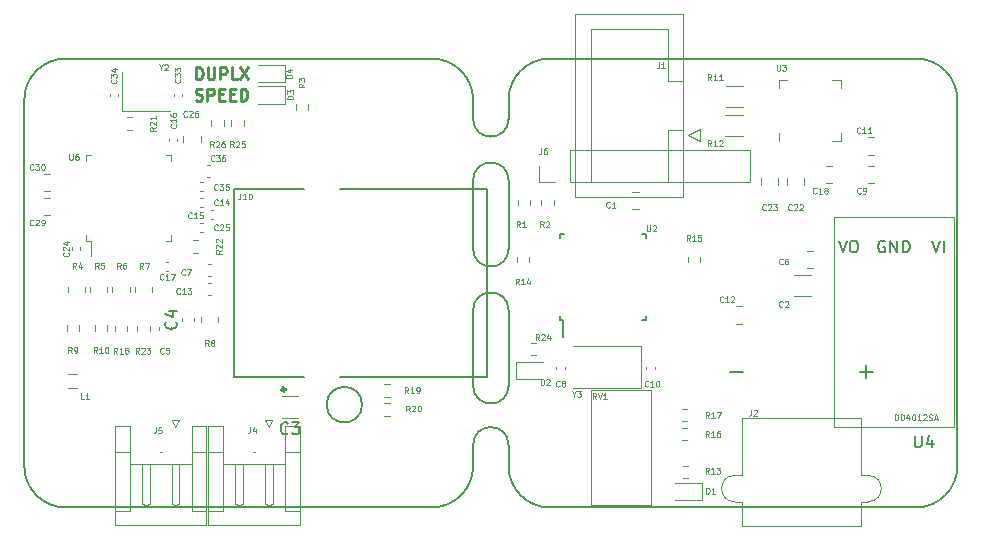
<source format=gbr>
%TF.GenerationSoftware,KiCad,Pcbnew,(5.1.8-0-10_14)*%
%TF.CreationDate,2021-08-30T17:25:51+02:00*%
%TF.ProjectId,ethersweep,65746865-7273-4776-9565-702e6b696361,2.0.1*%
%TF.SameCoordinates,Original*%
%TF.FileFunction,Legend,Top*%
%TF.FilePolarity,Positive*%
%FSLAX46Y46*%
G04 Gerber Fmt 4.6, Leading zero omitted, Abs format (unit mm)*
G04 Created by KiCad (PCBNEW (5.1.8-0-10_14)) date 2021-08-30 17:25:51*
%MOMM*%
%LPD*%
G01*
G04 APERTURE LIST*
%ADD10C,0.250000*%
%TA.AperFunction,Profile*%
%ADD11C,0.150000*%
%TD*%
%ADD12C,0.120000*%
%ADD13C,0.150000*%
%ADD14C,0.127000*%
%ADD15C,0.300000*%
%ADD16C,0.125000*%
G04 APERTURE END LIST*
D10*
X160609523Y-30204761D02*
X160752380Y-30252380D01*
X160990476Y-30252380D01*
X161085714Y-30204761D01*
X161133333Y-30157142D01*
X161180952Y-30061904D01*
X161180952Y-29966666D01*
X161133333Y-29871428D01*
X161085714Y-29823809D01*
X160990476Y-29776190D01*
X160800000Y-29728571D01*
X160704761Y-29680952D01*
X160657142Y-29633333D01*
X160609523Y-29538095D01*
X160609523Y-29442857D01*
X160657142Y-29347619D01*
X160704761Y-29300000D01*
X160800000Y-29252380D01*
X161038095Y-29252380D01*
X161180952Y-29300000D01*
X161609523Y-30252380D02*
X161609523Y-29252380D01*
X161990476Y-29252380D01*
X162085714Y-29300000D01*
X162133333Y-29347619D01*
X162180952Y-29442857D01*
X162180952Y-29585714D01*
X162133333Y-29680952D01*
X162085714Y-29728571D01*
X161990476Y-29776190D01*
X161609523Y-29776190D01*
X162609523Y-29728571D02*
X162942857Y-29728571D01*
X163085714Y-30252380D02*
X162609523Y-30252380D01*
X162609523Y-29252380D01*
X163085714Y-29252380D01*
X163514285Y-29728571D02*
X163847619Y-29728571D01*
X163990476Y-30252380D02*
X163514285Y-30252380D01*
X163514285Y-29252380D01*
X163990476Y-29252380D01*
X164419047Y-30252380D02*
X164419047Y-29252380D01*
X164657142Y-29252380D01*
X164800000Y-29300000D01*
X164895238Y-29395238D01*
X164942857Y-29490476D01*
X164990476Y-29680952D01*
X164990476Y-29823809D01*
X164942857Y-30014285D01*
X164895238Y-30109523D01*
X164800000Y-30204761D01*
X164657142Y-30252380D01*
X164419047Y-30252380D01*
X160633333Y-28452380D02*
X160633333Y-27452380D01*
X160871428Y-27452380D01*
X161014285Y-27500000D01*
X161109523Y-27595238D01*
X161157142Y-27690476D01*
X161204761Y-27880952D01*
X161204761Y-28023809D01*
X161157142Y-28214285D01*
X161109523Y-28309523D01*
X161014285Y-28404761D01*
X160871428Y-28452380D01*
X160633333Y-28452380D01*
X161633333Y-27452380D02*
X161633333Y-28261904D01*
X161680952Y-28357142D01*
X161728571Y-28404761D01*
X161823809Y-28452380D01*
X162014285Y-28452380D01*
X162109523Y-28404761D01*
X162157142Y-28357142D01*
X162204761Y-28261904D01*
X162204761Y-27452380D01*
X162680952Y-28452380D02*
X162680952Y-27452380D01*
X163061904Y-27452380D01*
X163157142Y-27500000D01*
X163204761Y-27547619D01*
X163252380Y-27642857D01*
X163252380Y-27785714D01*
X163204761Y-27880952D01*
X163157142Y-27928571D01*
X163061904Y-27976190D01*
X162680952Y-27976190D01*
X164157142Y-28452380D02*
X163680952Y-28452380D01*
X163680952Y-27452380D01*
X164395238Y-27452380D02*
X165061904Y-28452380D01*
X165061904Y-27452380D02*
X164395238Y-28452380D01*
D11*
X221600000Y-26700000D02*
G75*
G02*
X225100000Y-30200000I0J-3500000D01*
G01*
X184100000Y-60700000D02*
X184100000Y-59400000D01*
X187100000Y-31800000D02*
X187100000Y-30700000D01*
X187100000Y-31800000D02*
G75*
G02*
X184100000Y-31800000I-1500000J0D01*
G01*
X187100000Y-61200000D02*
X187100000Y-59400000D01*
X184100000Y-31800000D02*
X184100000Y-30200000D01*
X184100000Y-59400000D02*
G75*
G02*
X187100000Y-59400000I1500000J0D01*
G01*
X187100000Y-42800000D02*
G75*
G02*
X184100000Y-42800000I-1500000J0D01*
G01*
X184100000Y-37000000D02*
G75*
G02*
X187100000Y-37000000I1500000J0D01*
G01*
X187100000Y-42800000D02*
X187100000Y-37000000D01*
X184100000Y-54400000D02*
X184100000Y-48000000D01*
X184100000Y-48000000D02*
G75*
G02*
X187100000Y-48000000I1500000J0D01*
G01*
X184100000Y-42800000D02*
X184100000Y-37000000D01*
X187100000Y-54400000D02*
X187100000Y-48000000D01*
X187100000Y-54400000D02*
G75*
G02*
X184100000Y-54400000I-1500000J0D01*
G01*
X184100000Y-61200000D02*
X184100000Y-60700000D01*
X187100000Y-30200000D02*
X187100000Y-30700000D01*
X174700000Y-56000000D02*
G75*
G03*
X174700000Y-56000000I-1500000J0D01*
G01*
X149600000Y-64700000D02*
G75*
G02*
X146100000Y-61200000I0J3500000D01*
G01*
X149600000Y-64700000D02*
X180600000Y-64700000D01*
X190600000Y-26700000D02*
X221600000Y-26700000D01*
X187100000Y-30200000D02*
G75*
G02*
X190600000Y-26700000I3500000J0D01*
G01*
X225100000Y-61200000D02*
G75*
G02*
X221600000Y-64700000I-3500000J0D01*
G01*
X190600000Y-64700000D02*
G75*
G02*
X187100000Y-61200000I0J3500000D01*
G01*
X190600000Y-64700000D02*
X221600000Y-64700000D01*
X225100000Y-61200000D02*
X225100000Y-30200000D01*
X146100000Y-30200000D02*
X146100000Y-61200000D01*
X184100000Y-61200000D02*
G75*
G02*
X180600000Y-64700000I-3500000J0D01*
G01*
X180600000Y-26700000D02*
G75*
G02*
X184100000Y-30200000I0J-3500000D01*
G01*
X146100000Y-30200000D02*
G75*
G02*
X149600000Y-26700000I3500000J0D01*
G01*
X180600000Y-26700000D02*
X149600000Y-26700000D01*
D12*
X160290000Y-59990000D02*
X160290000Y-57790000D01*
X160290000Y-57790000D02*
X161510000Y-57790000D01*
X161510000Y-57790000D02*
X161510000Y-66210000D01*
X161510000Y-66210000D02*
X153790000Y-66210000D01*
X153790000Y-66210000D02*
X153790000Y-57790000D01*
X153790000Y-57790000D02*
X155010000Y-57790000D01*
X155010000Y-57790000D02*
X155010000Y-59990000D01*
X161510000Y-64990000D02*
X160290000Y-64990000D01*
X160290000Y-64990000D02*
X160290000Y-59990000D01*
X160290000Y-59990000D02*
X161510000Y-59990000D01*
X153790000Y-64990000D02*
X155010000Y-64990000D01*
X155010000Y-64990000D02*
X155010000Y-59990000D01*
X155010000Y-59990000D02*
X153790000Y-59990000D01*
X160290000Y-60990000D02*
X155010000Y-60990000D01*
X158900000Y-60990000D02*
X159220000Y-60990000D01*
X159220000Y-60990000D02*
X159220000Y-64410000D01*
X159220000Y-64410000D02*
X158900000Y-64490000D01*
X158900000Y-64490000D02*
X158580000Y-64410000D01*
X158580000Y-64410000D02*
X158580000Y-60990000D01*
X158580000Y-60990000D02*
X158900000Y-60990000D01*
X157730000Y-59990000D02*
X157570000Y-59990000D01*
X156400000Y-60990000D02*
X156720000Y-60990000D01*
X156720000Y-60990000D02*
X156720000Y-64410000D01*
X156720000Y-64410000D02*
X156400000Y-64490000D01*
X156400000Y-64490000D02*
X156080000Y-64410000D01*
X156080000Y-64410000D02*
X156080000Y-60990000D01*
X156080000Y-60990000D02*
X156400000Y-60990000D01*
X158900000Y-57900000D02*
X159200000Y-57300000D01*
X159200000Y-57300000D02*
X158600000Y-57300000D01*
X158600000Y-57300000D02*
X158900000Y-57900000D01*
X203280000Y-32700000D02*
X202280000Y-33200000D01*
X203280000Y-33700000D02*
X203280000Y-32700000D01*
X202280000Y-33200000D02*
X203280000Y-33700000D01*
X200580000Y-28610000D02*
X201890000Y-28610000D01*
X200580000Y-28610000D02*
X200580000Y-28610000D01*
X200580000Y-24210000D02*
X200580000Y-28610000D01*
X194080000Y-24210000D02*
X200580000Y-24210000D01*
X194080000Y-37110000D02*
X194080000Y-24210000D01*
X200580000Y-37110000D02*
X194080000Y-37110000D01*
X200580000Y-32710000D02*
X200580000Y-37110000D01*
X201890000Y-32710000D02*
X200580000Y-32710000D01*
X201890000Y-22910000D02*
X201890000Y-38410000D01*
X192770000Y-22910000D02*
X201890000Y-22910000D01*
X192770000Y-38410000D02*
X192770000Y-22910000D01*
X201890000Y-38410000D02*
X192770000Y-38410000D01*
X197588748Y-37965000D02*
X198111252Y-37965000D01*
X197588748Y-39435000D02*
X198111252Y-39435000D01*
X191140000Y-53007836D02*
X191140000Y-52792164D01*
X191860000Y-53007836D02*
X191860000Y-52792164D01*
X198740000Y-52792164D02*
X198740000Y-53007836D01*
X199460000Y-52792164D02*
X199460000Y-53007836D01*
X206861252Y-47665000D02*
X206338748Y-47665000D01*
X206861252Y-49135000D02*
X206338748Y-49135000D01*
X166500000Y-57300000D02*
X166800000Y-57900000D01*
X167100000Y-57300000D02*
X166500000Y-57300000D01*
X166800000Y-57900000D02*
X167100000Y-57300000D01*
X163980000Y-60990000D02*
X164300000Y-60990000D01*
X163980000Y-64410000D02*
X163980000Y-60990000D01*
X164300000Y-64490000D02*
X163980000Y-64410000D01*
X164620000Y-64410000D02*
X164300000Y-64490000D01*
X164620000Y-60990000D02*
X164620000Y-64410000D01*
X164300000Y-60990000D02*
X164620000Y-60990000D01*
X165630000Y-59990000D02*
X165470000Y-59990000D01*
X166480000Y-60990000D02*
X166800000Y-60990000D01*
X166480000Y-64410000D02*
X166480000Y-60990000D01*
X166800000Y-64490000D02*
X166480000Y-64410000D01*
X167120000Y-64410000D02*
X166800000Y-64490000D01*
X167120000Y-60990000D02*
X167120000Y-64410000D01*
X166800000Y-60990000D02*
X167120000Y-60990000D01*
X168190000Y-60990000D02*
X162910000Y-60990000D01*
X162910000Y-59990000D02*
X161690000Y-59990000D01*
X162910000Y-64990000D02*
X162910000Y-59990000D01*
X161690000Y-64990000D02*
X162910000Y-64990000D01*
X168190000Y-59990000D02*
X169410000Y-59990000D01*
X168190000Y-64990000D02*
X168190000Y-59990000D01*
X169410000Y-64990000D02*
X168190000Y-64990000D01*
X162910000Y-57790000D02*
X162910000Y-59990000D01*
X161690000Y-57790000D02*
X162910000Y-57790000D01*
X161690000Y-66210000D02*
X161690000Y-57790000D01*
X169410000Y-66210000D02*
X161690000Y-66210000D01*
X169410000Y-57790000D02*
X169410000Y-66210000D01*
X168190000Y-57790000D02*
X169410000Y-57790000D01*
X168190000Y-59990000D02*
X168190000Y-57790000D01*
D13*
X191700000Y-48825000D02*
X191700000Y-50250000D01*
X191475000Y-41575000D02*
X191475000Y-41900000D01*
X198725000Y-41575000D02*
X198725000Y-41900000D01*
X198725000Y-48825000D02*
X198725000Y-48500000D01*
X191475000Y-48825000D02*
X191475000Y-48500000D01*
X198725000Y-48825000D02*
X198400000Y-48825000D01*
X198725000Y-41575000D02*
X198400000Y-41575000D01*
X191475000Y-41575000D02*
X191800000Y-41575000D01*
X191475000Y-48825000D02*
X191700000Y-48825000D01*
D12*
X188872500Y-43462742D02*
X188872500Y-43937258D01*
X187827500Y-43462742D02*
X187827500Y-43937258D01*
X202277500Y-43462742D02*
X202277500Y-43937258D01*
X203322500Y-43462742D02*
X203322500Y-43937258D01*
X188922500Y-39137258D02*
X188922500Y-38662742D01*
X187877500Y-39137258D02*
X187877500Y-38662742D01*
X189877500Y-39137258D02*
X189877500Y-38662742D01*
X190922500Y-39137258D02*
X190922500Y-38662742D01*
X169077500Y-31037258D02*
X169077500Y-30562742D01*
X170122500Y-31037258D02*
X170122500Y-30562742D01*
X192600000Y-54600000D02*
X198350000Y-54600000D01*
X198350000Y-54600000D02*
X198350000Y-51000000D01*
X198350000Y-51000000D02*
X192600000Y-51000000D01*
X157490000Y-49409420D02*
X157490000Y-49690580D01*
X158510000Y-49409420D02*
X158510000Y-49690580D01*
X160992164Y-38540000D02*
X161207836Y-38540000D01*
X160992164Y-39260000D02*
X161207836Y-39260000D01*
X161892164Y-40260000D02*
X162107836Y-40260000D01*
X161892164Y-39540000D02*
X162107836Y-39540000D01*
X158340000Y-33707836D02*
X158340000Y-33492164D01*
X159060000Y-33707836D02*
X159060000Y-33492164D01*
X158092164Y-44660000D02*
X158307836Y-44660000D01*
X158092164Y-43940000D02*
X158307836Y-43940000D01*
X150140000Y-42692164D02*
X150140000Y-42907836D01*
X150860000Y-42692164D02*
X150860000Y-42907836D01*
X160992164Y-41360000D02*
X161207836Y-41360000D01*
X160992164Y-40640000D02*
X161207836Y-40640000D01*
X159565000Y-33761252D02*
X159565000Y-33238748D01*
X161035000Y-33761252D02*
X161035000Y-33238748D01*
X148261252Y-36465000D02*
X147738748Y-36465000D01*
X148261252Y-37935000D02*
X147738748Y-37935000D01*
X158740000Y-29907836D02*
X158740000Y-29692164D01*
X159460000Y-29907836D02*
X159460000Y-29692164D01*
X153340000Y-29907836D02*
X153340000Y-29692164D01*
X154060000Y-29907836D02*
X154060000Y-29692164D01*
X161559420Y-36760000D02*
X161840580Y-36760000D01*
X161559420Y-35740000D02*
X161840580Y-35740000D01*
X161012164Y-37910000D02*
X161227836Y-37910000D01*
X161012164Y-37190000D02*
X161227836Y-37190000D01*
X207570000Y-37130000D02*
X207570000Y-34470000D01*
X192270000Y-37130000D02*
X207570000Y-37130000D01*
X192270000Y-34470000D02*
X207570000Y-34470000D01*
X192270000Y-37130000D02*
X192270000Y-34470000D01*
X191000000Y-37130000D02*
X189670000Y-37130000D01*
X189670000Y-37130000D02*
X189670000Y-35800000D01*
D14*
X163870000Y-53700000D02*
X163870000Y-37700000D01*
X185270000Y-53700000D02*
X185270000Y-37700000D01*
X185270000Y-37700000D02*
X172850000Y-37700000D01*
X169750000Y-37700000D02*
X163870000Y-37700000D01*
X185270000Y-53700000D02*
X172850000Y-53700000D01*
X169750000Y-53700000D02*
X163870000Y-53700000D01*
D15*
X168200000Y-54700000D02*
G75*
G03*
X168200000Y-54700000I-150000J0D01*
G01*
D12*
X149800378Y-53440000D02*
X150599622Y-53440000D01*
X149800378Y-54560000D02*
X150599622Y-54560000D01*
X151235000Y-46477064D02*
X151235000Y-46022936D01*
X149765000Y-46477064D02*
X149765000Y-46022936D01*
X151665000Y-46477064D02*
X151665000Y-46022936D01*
X153135000Y-46477064D02*
X153135000Y-46022936D01*
X155035000Y-46477064D02*
X155035000Y-46022936D01*
X153565000Y-46477064D02*
X153565000Y-46022936D01*
X155465000Y-46477064D02*
X155465000Y-46022936D01*
X156935000Y-46477064D02*
X156935000Y-46022936D01*
X149677500Y-49737258D02*
X149677500Y-49262742D01*
X150722500Y-49737258D02*
X150722500Y-49262742D01*
X152077500Y-49737258D02*
X152077500Y-49262742D01*
X153122500Y-49737258D02*
X153122500Y-49262742D01*
X154822500Y-49787258D02*
X154822500Y-49312742D01*
X153777500Y-49787258D02*
X153777500Y-49312742D01*
X177037258Y-56922500D02*
X176562742Y-56922500D01*
X177037258Y-55877500D02*
X176562742Y-55877500D01*
X177037258Y-54277500D02*
X176562742Y-54277500D01*
X177037258Y-55322500D02*
X176562742Y-55322500D01*
X156722500Y-49787258D02*
X156722500Y-49312742D01*
X155677500Y-49787258D02*
X155677500Y-49312742D01*
X151740000Y-42110000D02*
X151740000Y-43400000D01*
X151290000Y-42110000D02*
X151740000Y-42110000D01*
X151290000Y-41660000D02*
X151290000Y-42110000D01*
X151290000Y-34890000D02*
X151740000Y-34890000D01*
X151290000Y-35340000D02*
X151290000Y-34890000D01*
X158510000Y-42110000D02*
X158060000Y-42110000D01*
X158510000Y-41660000D02*
X158510000Y-42110000D01*
X158510000Y-34890000D02*
X158060000Y-34890000D01*
X158510000Y-35340000D02*
X158510000Y-34890000D01*
X154400000Y-31150000D02*
X158400000Y-31150000D01*
X154400000Y-27850000D02*
X154400000Y-31150000D01*
X188962742Y-50777500D02*
X189437258Y-50777500D01*
X188962742Y-51822500D02*
X189437258Y-51822500D01*
X217538748Y-35765000D02*
X218061252Y-35765000D01*
X217538748Y-37235000D02*
X218061252Y-37235000D01*
X217538748Y-34835000D02*
X218061252Y-34835000D01*
X217538748Y-33365000D02*
X218061252Y-33365000D01*
X213938748Y-35765000D02*
X214461252Y-35765000D01*
X213938748Y-37235000D02*
X214461252Y-37235000D01*
X212135000Y-36838748D02*
X212135000Y-37361252D01*
X210665000Y-36838748D02*
X210665000Y-37361252D01*
X206927064Y-30810000D02*
X205472936Y-30810000D01*
X206927064Y-28990000D02*
X205472936Y-28990000D01*
X206922063Y-31444999D02*
X205467935Y-31444999D01*
X206922063Y-33264999D02*
X205467935Y-33264999D01*
X194070000Y-64525000D02*
X194070000Y-54755000D01*
X199140000Y-64525000D02*
X199140000Y-54755000D01*
X194070000Y-64525000D02*
X199140000Y-64525000D01*
X194070000Y-54755000D02*
X199140000Y-54755000D01*
X209990000Y-29215000D02*
X209990000Y-28490000D01*
X209990000Y-28490000D02*
X210715000Y-28490000D01*
X215210000Y-32985000D02*
X215210000Y-33710000D01*
X215210000Y-33710000D02*
X214485000Y-33710000D01*
X215210000Y-29215000D02*
X215210000Y-28490000D01*
X215210000Y-28490000D02*
X214485000Y-28490000D01*
X209990000Y-32985000D02*
X209990000Y-33710000D01*
X162535000Y-49027064D02*
X162535000Y-48572936D01*
X161065000Y-49027064D02*
X161065000Y-48572936D01*
X155237258Y-31677500D02*
X154762742Y-31677500D01*
X155237258Y-32722500D02*
X154762742Y-32722500D01*
X160837258Y-43122500D02*
X160362742Y-43122500D01*
X160837258Y-42077500D02*
X160362742Y-42077500D01*
X187715000Y-53835000D02*
X190000000Y-53835000D01*
X187715000Y-52365000D02*
X187715000Y-53835000D01*
X190000000Y-52365000D02*
X187715000Y-52365000D01*
X161940580Y-45110000D02*
X161659420Y-45110000D01*
X161940580Y-44090000D02*
X161659420Y-44090000D01*
X161940580Y-45690000D02*
X161659420Y-45690000D01*
X161940580Y-46710000D02*
X161659420Y-46710000D01*
X148261252Y-38465000D02*
X147738748Y-38465000D01*
X148261252Y-39935000D02*
X147738748Y-39935000D01*
X169311252Y-55290000D02*
X167888748Y-55290000D01*
X169311252Y-57110000D02*
X167888748Y-57110000D01*
X160510000Y-48940580D02*
X160510000Y-48659420D01*
X159490000Y-48940580D02*
X159490000Y-48659420D01*
X212711252Y-44990000D02*
X211288748Y-44990000D01*
X212711252Y-46810000D02*
X211288748Y-46810000D01*
X212861252Y-42965000D02*
X212338748Y-42965000D01*
X212861252Y-44435000D02*
X212338748Y-44435000D01*
X203519999Y-62609999D02*
X201234999Y-62609999D01*
X203519999Y-64079999D02*
X203519999Y-62609999D01*
X201234999Y-64079999D02*
X203519999Y-64079999D01*
X206840000Y-66310000D02*
X206840000Y-64210000D01*
X217550000Y-61990000D02*
X216960000Y-61990000D01*
X217550000Y-64210000D02*
X216960000Y-64210000D01*
X206840000Y-64210000D02*
X206250000Y-64210000D01*
X206840000Y-61990000D02*
X206250000Y-61990000D01*
X206840000Y-61990000D02*
X206840000Y-57090000D01*
X216960000Y-66310000D02*
X216960000Y-64210000D01*
X216960000Y-61990000D02*
X216960000Y-57090000D01*
X216960000Y-57090000D02*
X206840000Y-57090000D01*
X216960000Y-66310000D02*
X206840000Y-66310000D01*
X217550000Y-61990000D02*
G75*
G02*
X217550000Y-64210000I0J-1110000D01*
G01*
X206250000Y-64210000D02*
G75*
G02*
X206250000Y-61990000I0J1110000D01*
G01*
X202312257Y-61177500D02*
X201837741Y-61177500D01*
X202312257Y-62222500D02*
X201837741Y-62222500D01*
X202237258Y-57977500D02*
X201762742Y-57977500D01*
X202237258Y-59022500D02*
X201762742Y-59022500D01*
X201762742Y-56377500D02*
X202237258Y-56377500D01*
X201762742Y-57422500D02*
X202237258Y-57422500D01*
X224800000Y-40120000D02*
X224800000Y-57900000D01*
X214640000Y-40120000D02*
X224800000Y-40120000D01*
X214640000Y-57900000D02*
X214640000Y-40120000D01*
X224800000Y-57900000D02*
X214640000Y-57900000D01*
X208465000Y-36838748D02*
X208465000Y-37361252D01*
X209935000Y-36838748D02*
X209935000Y-37361252D01*
X168135000Y-29035000D02*
X165850000Y-29035000D01*
X168135000Y-30505000D02*
X168135000Y-29035000D01*
X165850000Y-30505000D02*
X168135000Y-30505000D01*
X165850000Y-28705000D02*
X168135000Y-28705000D01*
X168135000Y-28705000D02*
X168135000Y-27235000D01*
X168135000Y-27235000D02*
X165850000Y-27235000D01*
X164672500Y-32407258D02*
X164672500Y-31932742D01*
X163627500Y-32407258D02*
X163627500Y-31932742D01*
X161927500Y-32382258D02*
X161927500Y-31907742D01*
X162972500Y-32382258D02*
X162972500Y-31907742D01*
D16*
X157233333Y-57926190D02*
X157233333Y-58283333D01*
X157209523Y-58354761D01*
X157161904Y-58402380D01*
X157090476Y-58426190D01*
X157042857Y-58426190D01*
X157709523Y-57926190D02*
X157471428Y-57926190D01*
X157447619Y-58164285D01*
X157471428Y-58140476D01*
X157519047Y-58116666D01*
X157638095Y-58116666D01*
X157685714Y-58140476D01*
X157709523Y-58164285D01*
X157733333Y-58211904D01*
X157733333Y-58330952D01*
X157709523Y-58378571D01*
X157685714Y-58402380D01*
X157638095Y-58426190D01*
X157519047Y-58426190D01*
X157471428Y-58402380D01*
X157447619Y-58378571D01*
X199833333Y-27026190D02*
X199833333Y-27383333D01*
X199809523Y-27454761D01*
X199761904Y-27502380D01*
X199690476Y-27526190D01*
X199642857Y-27526190D01*
X200333333Y-27526190D02*
X200047619Y-27526190D01*
X200190476Y-27526190D02*
X200190476Y-27026190D01*
X200142857Y-27097619D01*
X200095238Y-27145238D01*
X200047619Y-27169047D01*
X195666666Y-39278571D02*
X195642857Y-39302380D01*
X195571428Y-39326190D01*
X195523809Y-39326190D01*
X195452380Y-39302380D01*
X195404761Y-39254761D01*
X195380952Y-39207142D01*
X195357142Y-39111904D01*
X195357142Y-39040476D01*
X195380952Y-38945238D01*
X195404761Y-38897619D01*
X195452380Y-38850000D01*
X195523809Y-38826190D01*
X195571428Y-38826190D01*
X195642857Y-38850000D01*
X195666666Y-38873809D01*
X196142857Y-39326190D02*
X195857142Y-39326190D01*
X196000000Y-39326190D02*
X196000000Y-38826190D01*
X195952380Y-38897619D01*
X195904761Y-38945238D01*
X195857142Y-38969047D01*
X191416666Y-54428571D02*
X191392857Y-54452380D01*
X191321428Y-54476190D01*
X191273809Y-54476190D01*
X191202380Y-54452380D01*
X191154761Y-54404761D01*
X191130952Y-54357142D01*
X191107142Y-54261904D01*
X191107142Y-54190476D01*
X191130952Y-54095238D01*
X191154761Y-54047619D01*
X191202380Y-54000000D01*
X191273809Y-53976190D01*
X191321428Y-53976190D01*
X191392857Y-54000000D01*
X191416666Y-54023809D01*
X191702380Y-54190476D02*
X191654761Y-54166666D01*
X191630952Y-54142857D01*
X191607142Y-54095238D01*
X191607142Y-54071428D01*
X191630952Y-54023809D01*
X191654761Y-54000000D01*
X191702380Y-53976190D01*
X191797619Y-53976190D01*
X191845238Y-54000000D01*
X191869047Y-54023809D01*
X191892857Y-54071428D01*
X191892857Y-54095238D01*
X191869047Y-54142857D01*
X191845238Y-54166666D01*
X191797619Y-54190476D01*
X191702380Y-54190476D01*
X191654761Y-54214285D01*
X191630952Y-54238095D01*
X191607142Y-54285714D01*
X191607142Y-54380952D01*
X191630952Y-54428571D01*
X191654761Y-54452380D01*
X191702380Y-54476190D01*
X191797619Y-54476190D01*
X191845238Y-54452380D01*
X191869047Y-54428571D01*
X191892857Y-54380952D01*
X191892857Y-54285714D01*
X191869047Y-54238095D01*
X191845238Y-54214285D01*
X191797619Y-54190476D01*
X198928571Y-54428571D02*
X198904761Y-54452380D01*
X198833333Y-54476190D01*
X198785714Y-54476190D01*
X198714285Y-54452380D01*
X198666666Y-54404761D01*
X198642857Y-54357142D01*
X198619047Y-54261904D01*
X198619047Y-54190476D01*
X198642857Y-54095238D01*
X198666666Y-54047619D01*
X198714285Y-54000000D01*
X198785714Y-53976190D01*
X198833333Y-53976190D01*
X198904761Y-54000000D01*
X198928571Y-54023809D01*
X199404761Y-54476190D02*
X199119047Y-54476190D01*
X199261904Y-54476190D02*
X199261904Y-53976190D01*
X199214285Y-54047619D01*
X199166666Y-54095238D01*
X199119047Y-54119047D01*
X199714285Y-53976190D02*
X199761904Y-53976190D01*
X199809523Y-54000000D01*
X199833333Y-54023809D01*
X199857142Y-54071428D01*
X199880952Y-54166666D01*
X199880952Y-54285714D01*
X199857142Y-54380952D01*
X199833333Y-54428571D01*
X199809523Y-54452380D01*
X199761904Y-54476190D01*
X199714285Y-54476190D01*
X199666666Y-54452380D01*
X199642857Y-54428571D01*
X199619047Y-54380952D01*
X199595238Y-54285714D01*
X199595238Y-54166666D01*
X199619047Y-54071428D01*
X199642857Y-54023809D01*
X199666666Y-54000000D01*
X199714285Y-53976190D01*
X205278571Y-47278571D02*
X205254761Y-47302380D01*
X205183333Y-47326190D01*
X205135714Y-47326190D01*
X205064285Y-47302380D01*
X205016666Y-47254761D01*
X204992857Y-47207142D01*
X204969047Y-47111904D01*
X204969047Y-47040476D01*
X204992857Y-46945238D01*
X205016666Y-46897619D01*
X205064285Y-46850000D01*
X205135714Y-46826190D01*
X205183333Y-46826190D01*
X205254761Y-46850000D01*
X205278571Y-46873809D01*
X205754761Y-47326190D02*
X205469047Y-47326190D01*
X205611904Y-47326190D02*
X205611904Y-46826190D01*
X205564285Y-46897619D01*
X205516666Y-46945238D01*
X205469047Y-46969047D01*
X205945238Y-46873809D02*
X205969047Y-46850000D01*
X206016666Y-46826190D01*
X206135714Y-46826190D01*
X206183333Y-46850000D01*
X206207142Y-46873809D01*
X206230952Y-46921428D01*
X206230952Y-46969047D01*
X206207142Y-47040476D01*
X205921428Y-47326190D01*
X206230952Y-47326190D01*
X165233333Y-57926190D02*
X165233333Y-58283333D01*
X165209523Y-58354761D01*
X165161904Y-58402380D01*
X165090476Y-58426190D01*
X165042857Y-58426190D01*
X165685714Y-58092857D02*
X165685714Y-58426190D01*
X165566666Y-57902380D02*
X165447619Y-58259523D01*
X165757142Y-58259523D01*
X198819047Y-40826190D02*
X198819047Y-41230952D01*
X198842857Y-41278571D01*
X198866666Y-41302380D01*
X198914285Y-41326190D01*
X199009523Y-41326190D01*
X199057142Y-41302380D01*
X199080952Y-41278571D01*
X199104761Y-41230952D01*
X199104761Y-40826190D01*
X199319047Y-40873809D02*
X199342857Y-40850000D01*
X199390476Y-40826190D01*
X199509523Y-40826190D01*
X199557142Y-40850000D01*
X199580952Y-40873809D01*
X199604761Y-40921428D01*
X199604761Y-40969047D01*
X199580952Y-41040476D01*
X199295238Y-41326190D01*
X199604761Y-41326190D01*
X187978571Y-45826190D02*
X187811904Y-45588095D01*
X187692857Y-45826190D02*
X187692857Y-45326190D01*
X187883333Y-45326190D01*
X187930952Y-45350000D01*
X187954761Y-45373809D01*
X187978571Y-45421428D01*
X187978571Y-45492857D01*
X187954761Y-45540476D01*
X187930952Y-45564285D01*
X187883333Y-45588095D01*
X187692857Y-45588095D01*
X188454761Y-45826190D02*
X188169047Y-45826190D01*
X188311904Y-45826190D02*
X188311904Y-45326190D01*
X188264285Y-45397619D01*
X188216666Y-45445238D01*
X188169047Y-45469047D01*
X188883333Y-45492857D02*
X188883333Y-45826190D01*
X188764285Y-45302380D02*
X188645238Y-45659523D01*
X188954761Y-45659523D01*
X202478571Y-42126190D02*
X202311904Y-41888095D01*
X202192857Y-42126190D02*
X202192857Y-41626190D01*
X202383333Y-41626190D01*
X202430952Y-41650000D01*
X202454761Y-41673809D01*
X202478571Y-41721428D01*
X202478571Y-41792857D01*
X202454761Y-41840476D01*
X202430952Y-41864285D01*
X202383333Y-41888095D01*
X202192857Y-41888095D01*
X202954761Y-42126190D02*
X202669047Y-42126190D01*
X202811904Y-42126190D02*
X202811904Y-41626190D01*
X202764285Y-41697619D01*
X202716666Y-41745238D01*
X202669047Y-41769047D01*
X203407142Y-41626190D02*
X203169047Y-41626190D01*
X203145238Y-41864285D01*
X203169047Y-41840476D01*
X203216666Y-41816666D01*
X203335714Y-41816666D01*
X203383333Y-41840476D01*
X203407142Y-41864285D01*
X203430952Y-41911904D01*
X203430952Y-42030952D01*
X203407142Y-42078571D01*
X203383333Y-42102380D01*
X203335714Y-42126190D01*
X203216666Y-42126190D01*
X203169047Y-42102380D01*
X203145238Y-42078571D01*
X188066666Y-40976190D02*
X187900000Y-40738095D01*
X187780952Y-40976190D02*
X187780952Y-40476190D01*
X187971428Y-40476190D01*
X188019047Y-40500000D01*
X188042857Y-40523809D01*
X188066666Y-40571428D01*
X188066666Y-40642857D01*
X188042857Y-40690476D01*
X188019047Y-40714285D01*
X187971428Y-40738095D01*
X187780952Y-40738095D01*
X188542857Y-40976190D02*
X188257142Y-40976190D01*
X188400000Y-40976190D02*
X188400000Y-40476190D01*
X188352380Y-40547619D01*
X188304761Y-40595238D01*
X188257142Y-40619047D01*
X190066666Y-40976190D02*
X189900000Y-40738095D01*
X189780952Y-40976190D02*
X189780952Y-40476190D01*
X189971428Y-40476190D01*
X190019047Y-40500000D01*
X190042857Y-40523809D01*
X190066666Y-40571428D01*
X190066666Y-40642857D01*
X190042857Y-40690476D01*
X190019047Y-40714285D01*
X189971428Y-40738095D01*
X189780952Y-40738095D01*
X190257142Y-40523809D02*
X190280952Y-40500000D01*
X190328571Y-40476190D01*
X190447619Y-40476190D01*
X190495238Y-40500000D01*
X190519047Y-40523809D01*
X190542857Y-40571428D01*
X190542857Y-40619047D01*
X190519047Y-40690476D01*
X190233333Y-40976190D01*
X190542857Y-40976190D01*
X169826190Y-28833333D02*
X169588095Y-29000000D01*
X169826190Y-29119047D02*
X169326190Y-29119047D01*
X169326190Y-28928571D01*
X169350000Y-28880952D01*
X169373809Y-28857142D01*
X169421428Y-28833333D01*
X169492857Y-28833333D01*
X169540476Y-28857142D01*
X169564285Y-28880952D01*
X169588095Y-28928571D01*
X169588095Y-29119047D01*
X169326190Y-28666666D02*
X169326190Y-28357142D01*
X169516666Y-28523809D01*
X169516666Y-28452380D01*
X169540476Y-28404761D01*
X169564285Y-28380952D01*
X169611904Y-28357142D01*
X169730952Y-28357142D01*
X169778571Y-28380952D01*
X169802380Y-28404761D01*
X169826190Y-28452380D01*
X169826190Y-28595238D01*
X169802380Y-28642857D01*
X169778571Y-28666666D01*
X192611904Y-55088095D02*
X192611904Y-55326190D01*
X192445238Y-54826190D02*
X192611904Y-55088095D01*
X192778571Y-54826190D01*
X192897619Y-54826190D02*
X193207142Y-54826190D01*
X193040476Y-55016666D01*
X193111904Y-55016666D01*
X193159523Y-55040476D01*
X193183333Y-55064285D01*
X193207142Y-55111904D01*
X193207142Y-55230952D01*
X193183333Y-55278571D01*
X193159523Y-55302380D01*
X193111904Y-55326190D01*
X192969047Y-55326190D01*
X192921428Y-55302380D01*
X192897619Y-55278571D01*
X157916666Y-51628571D02*
X157892857Y-51652380D01*
X157821428Y-51676190D01*
X157773809Y-51676190D01*
X157702380Y-51652380D01*
X157654761Y-51604761D01*
X157630952Y-51557142D01*
X157607142Y-51461904D01*
X157607142Y-51390476D01*
X157630952Y-51295238D01*
X157654761Y-51247619D01*
X157702380Y-51200000D01*
X157773809Y-51176190D01*
X157821428Y-51176190D01*
X157892857Y-51200000D01*
X157916666Y-51223809D01*
X158369047Y-51176190D02*
X158130952Y-51176190D01*
X158107142Y-51414285D01*
X158130952Y-51390476D01*
X158178571Y-51366666D01*
X158297619Y-51366666D01*
X158345238Y-51390476D01*
X158369047Y-51414285D01*
X158392857Y-51461904D01*
X158392857Y-51580952D01*
X158369047Y-51628571D01*
X158345238Y-51652380D01*
X158297619Y-51676190D01*
X158178571Y-51676190D01*
X158130952Y-51652380D01*
X158107142Y-51628571D01*
X162478571Y-39078571D02*
X162454761Y-39102380D01*
X162383333Y-39126190D01*
X162335714Y-39126190D01*
X162264285Y-39102380D01*
X162216666Y-39054761D01*
X162192857Y-39007142D01*
X162169047Y-38911904D01*
X162169047Y-38840476D01*
X162192857Y-38745238D01*
X162216666Y-38697619D01*
X162264285Y-38650000D01*
X162335714Y-38626190D01*
X162383333Y-38626190D01*
X162454761Y-38650000D01*
X162478571Y-38673809D01*
X162954761Y-39126190D02*
X162669047Y-39126190D01*
X162811904Y-39126190D02*
X162811904Y-38626190D01*
X162764285Y-38697619D01*
X162716666Y-38745238D01*
X162669047Y-38769047D01*
X163383333Y-38792857D02*
X163383333Y-39126190D01*
X163264285Y-38602380D02*
X163145238Y-38959523D01*
X163454761Y-38959523D01*
X160278571Y-40178571D02*
X160254761Y-40202380D01*
X160183333Y-40226190D01*
X160135714Y-40226190D01*
X160064285Y-40202380D01*
X160016666Y-40154761D01*
X159992857Y-40107142D01*
X159969047Y-40011904D01*
X159969047Y-39940476D01*
X159992857Y-39845238D01*
X160016666Y-39797619D01*
X160064285Y-39750000D01*
X160135714Y-39726190D01*
X160183333Y-39726190D01*
X160254761Y-39750000D01*
X160278571Y-39773809D01*
X160754761Y-40226190D02*
X160469047Y-40226190D01*
X160611904Y-40226190D02*
X160611904Y-39726190D01*
X160564285Y-39797619D01*
X160516666Y-39845238D01*
X160469047Y-39869047D01*
X161207142Y-39726190D02*
X160969047Y-39726190D01*
X160945238Y-39964285D01*
X160969047Y-39940476D01*
X161016666Y-39916666D01*
X161135714Y-39916666D01*
X161183333Y-39940476D01*
X161207142Y-39964285D01*
X161230952Y-40011904D01*
X161230952Y-40130952D01*
X161207142Y-40178571D01*
X161183333Y-40202380D01*
X161135714Y-40226190D01*
X161016666Y-40226190D01*
X160969047Y-40202380D01*
X160945238Y-40178571D01*
X158928571Y-32271428D02*
X158952380Y-32295238D01*
X158976190Y-32366666D01*
X158976190Y-32414285D01*
X158952380Y-32485714D01*
X158904761Y-32533333D01*
X158857142Y-32557142D01*
X158761904Y-32580952D01*
X158690476Y-32580952D01*
X158595238Y-32557142D01*
X158547619Y-32533333D01*
X158500000Y-32485714D01*
X158476190Y-32414285D01*
X158476190Y-32366666D01*
X158500000Y-32295238D01*
X158523809Y-32271428D01*
X158976190Y-31795238D02*
X158976190Y-32080952D01*
X158976190Y-31938095D02*
X158476190Y-31938095D01*
X158547619Y-31985714D01*
X158595238Y-32033333D01*
X158619047Y-32080952D01*
X158476190Y-31366666D02*
X158476190Y-31461904D01*
X158500000Y-31509523D01*
X158523809Y-31533333D01*
X158595238Y-31580952D01*
X158690476Y-31604761D01*
X158880952Y-31604761D01*
X158928571Y-31580952D01*
X158952380Y-31557142D01*
X158976190Y-31509523D01*
X158976190Y-31414285D01*
X158952380Y-31366666D01*
X158928571Y-31342857D01*
X158880952Y-31319047D01*
X158761904Y-31319047D01*
X158714285Y-31342857D01*
X158690476Y-31366666D01*
X158666666Y-31414285D01*
X158666666Y-31509523D01*
X158690476Y-31557142D01*
X158714285Y-31580952D01*
X158761904Y-31604761D01*
X157878571Y-45378571D02*
X157854761Y-45402380D01*
X157783333Y-45426190D01*
X157735714Y-45426190D01*
X157664285Y-45402380D01*
X157616666Y-45354761D01*
X157592857Y-45307142D01*
X157569047Y-45211904D01*
X157569047Y-45140476D01*
X157592857Y-45045238D01*
X157616666Y-44997619D01*
X157664285Y-44950000D01*
X157735714Y-44926190D01*
X157783333Y-44926190D01*
X157854761Y-44950000D01*
X157878571Y-44973809D01*
X158354761Y-45426190D02*
X158069047Y-45426190D01*
X158211904Y-45426190D02*
X158211904Y-44926190D01*
X158164285Y-44997619D01*
X158116666Y-45045238D01*
X158069047Y-45069047D01*
X158521428Y-44926190D02*
X158854761Y-44926190D01*
X158640476Y-45426190D01*
X149828571Y-43121428D02*
X149852380Y-43145238D01*
X149876190Y-43216666D01*
X149876190Y-43264285D01*
X149852380Y-43335714D01*
X149804761Y-43383333D01*
X149757142Y-43407142D01*
X149661904Y-43430952D01*
X149590476Y-43430952D01*
X149495238Y-43407142D01*
X149447619Y-43383333D01*
X149400000Y-43335714D01*
X149376190Y-43264285D01*
X149376190Y-43216666D01*
X149400000Y-43145238D01*
X149423809Y-43121428D01*
X149423809Y-42930952D02*
X149400000Y-42907142D01*
X149376190Y-42859523D01*
X149376190Y-42740476D01*
X149400000Y-42692857D01*
X149423809Y-42669047D01*
X149471428Y-42645238D01*
X149519047Y-42645238D01*
X149590476Y-42669047D01*
X149876190Y-42954761D01*
X149876190Y-42645238D01*
X149542857Y-42216666D02*
X149876190Y-42216666D01*
X149352380Y-42335714D02*
X149709523Y-42454761D01*
X149709523Y-42145238D01*
X162478571Y-41178571D02*
X162454761Y-41202380D01*
X162383333Y-41226190D01*
X162335714Y-41226190D01*
X162264285Y-41202380D01*
X162216666Y-41154761D01*
X162192857Y-41107142D01*
X162169047Y-41011904D01*
X162169047Y-40940476D01*
X162192857Y-40845238D01*
X162216666Y-40797619D01*
X162264285Y-40750000D01*
X162335714Y-40726190D01*
X162383333Y-40726190D01*
X162454761Y-40750000D01*
X162478571Y-40773809D01*
X162669047Y-40773809D02*
X162692857Y-40750000D01*
X162740476Y-40726190D01*
X162859523Y-40726190D01*
X162907142Y-40750000D01*
X162930952Y-40773809D01*
X162954761Y-40821428D01*
X162954761Y-40869047D01*
X162930952Y-40940476D01*
X162645238Y-41226190D01*
X162954761Y-41226190D01*
X163407142Y-40726190D02*
X163169047Y-40726190D01*
X163145238Y-40964285D01*
X163169047Y-40940476D01*
X163216666Y-40916666D01*
X163335714Y-40916666D01*
X163383333Y-40940476D01*
X163407142Y-40964285D01*
X163430952Y-41011904D01*
X163430952Y-41130952D01*
X163407142Y-41178571D01*
X163383333Y-41202380D01*
X163335714Y-41226190D01*
X163216666Y-41226190D01*
X163169047Y-41202380D01*
X163145238Y-41178571D01*
X159878571Y-31578571D02*
X159854761Y-31602380D01*
X159783333Y-31626190D01*
X159735714Y-31626190D01*
X159664285Y-31602380D01*
X159616666Y-31554761D01*
X159592857Y-31507142D01*
X159569047Y-31411904D01*
X159569047Y-31340476D01*
X159592857Y-31245238D01*
X159616666Y-31197619D01*
X159664285Y-31150000D01*
X159735714Y-31126190D01*
X159783333Y-31126190D01*
X159854761Y-31150000D01*
X159878571Y-31173809D01*
X160069047Y-31173809D02*
X160092857Y-31150000D01*
X160140476Y-31126190D01*
X160259523Y-31126190D01*
X160307142Y-31150000D01*
X160330952Y-31173809D01*
X160354761Y-31221428D01*
X160354761Y-31269047D01*
X160330952Y-31340476D01*
X160045238Y-31626190D01*
X160354761Y-31626190D01*
X160783333Y-31126190D02*
X160688095Y-31126190D01*
X160640476Y-31150000D01*
X160616666Y-31173809D01*
X160569047Y-31245238D01*
X160545238Y-31340476D01*
X160545238Y-31530952D01*
X160569047Y-31578571D01*
X160592857Y-31602380D01*
X160640476Y-31626190D01*
X160735714Y-31626190D01*
X160783333Y-31602380D01*
X160807142Y-31578571D01*
X160830952Y-31530952D01*
X160830952Y-31411904D01*
X160807142Y-31364285D01*
X160783333Y-31340476D01*
X160735714Y-31316666D01*
X160640476Y-31316666D01*
X160592857Y-31340476D01*
X160569047Y-31364285D01*
X160545238Y-31411904D01*
X146878571Y-36078571D02*
X146854761Y-36102380D01*
X146783333Y-36126190D01*
X146735714Y-36126190D01*
X146664285Y-36102380D01*
X146616666Y-36054761D01*
X146592857Y-36007142D01*
X146569047Y-35911904D01*
X146569047Y-35840476D01*
X146592857Y-35745238D01*
X146616666Y-35697619D01*
X146664285Y-35650000D01*
X146735714Y-35626190D01*
X146783333Y-35626190D01*
X146854761Y-35650000D01*
X146878571Y-35673809D01*
X147045238Y-35626190D02*
X147354761Y-35626190D01*
X147188095Y-35816666D01*
X147259523Y-35816666D01*
X147307142Y-35840476D01*
X147330952Y-35864285D01*
X147354761Y-35911904D01*
X147354761Y-36030952D01*
X147330952Y-36078571D01*
X147307142Y-36102380D01*
X147259523Y-36126190D01*
X147116666Y-36126190D01*
X147069047Y-36102380D01*
X147045238Y-36078571D01*
X147664285Y-35626190D02*
X147711904Y-35626190D01*
X147759523Y-35650000D01*
X147783333Y-35673809D01*
X147807142Y-35721428D01*
X147830952Y-35816666D01*
X147830952Y-35935714D01*
X147807142Y-36030952D01*
X147783333Y-36078571D01*
X147759523Y-36102380D01*
X147711904Y-36126190D01*
X147664285Y-36126190D01*
X147616666Y-36102380D01*
X147592857Y-36078571D01*
X147569047Y-36030952D01*
X147545238Y-35935714D01*
X147545238Y-35816666D01*
X147569047Y-35721428D01*
X147592857Y-35673809D01*
X147616666Y-35650000D01*
X147664285Y-35626190D01*
X159278571Y-28421428D02*
X159302380Y-28445238D01*
X159326190Y-28516666D01*
X159326190Y-28564285D01*
X159302380Y-28635714D01*
X159254761Y-28683333D01*
X159207142Y-28707142D01*
X159111904Y-28730952D01*
X159040476Y-28730952D01*
X158945238Y-28707142D01*
X158897619Y-28683333D01*
X158850000Y-28635714D01*
X158826190Y-28564285D01*
X158826190Y-28516666D01*
X158850000Y-28445238D01*
X158873809Y-28421428D01*
X158826190Y-28254761D02*
X158826190Y-27945238D01*
X159016666Y-28111904D01*
X159016666Y-28040476D01*
X159040476Y-27992857D01*
X159064285Y-27969047D01*
X159111904Y-27945238D01*
X159230952Y-27945238D01*
X159278571Y-27969047D01*
X159302380Y-27992857D01*
X159326190Y-28040476D01*
X159326190Y-28183333D01*
X159302380Y-28230952D01*
X159278571Y-28254761D01*
X158826190Y-27778571D02*
X158826190Y-27469047D01*
X159016666Y-27635714D01*
X159016666Y-27564285D01*
X159040476Y-27516666D01*
X159064285Y-27492857D01*
X159111904Y-27469047D01*
X159230952Y-27469047D01*
X159278571Y-27492857D01*
X159302380Y-27516666D01*
X159326190Y-27564285D01*
X159326190Y-27707142D01*
X159302380Y-27754761D01*
X159278571Y-27778571D01*
X153878571Y-28471428D02*
X153902380Y-28495238D01*
X153926190Y-28566666D01*
X153926190Y-28614285D01*
X153902380Y-28685714D01*
X153854761Y-28733333D01*
X153807142Y-28757142D01*
X153711904Y-28780952D01*
X153640476Y-28780952D01*
X153545238Y-28757142D01*
X153497619Y-28733333D01*
X153450000Y-28685714D01*
X153426190Y-28614285D01*
X153426190Y-28566666D01*
X153450000Y-28495238D01*
X153473809Y-28471428D01*
X153426190Y-28304761D02*
X153426190Y-27995238D01*
X153616666Y-28161904D01*
X153616666Y-28090476D01*
X153640476Y-28042857D01*
X153664285Y-28019047D01*
X153711904Y-27995238D01*
X153830952Y-27995238D01*
X153878571Y-28019047D01*
X153902380Y-28042857D01*
X153926190Y-28090476D01*
X153926190Y-28233333D01*
X153902380Y-28280952D01*
X153878571Y-28304761D01*
X153592857Y-27566666D02*
X153926190Y-27566666D01*
X153402380Y-27685714D02*
X153759523Y-27804761D01*
X153759523Y-27495238D01*
X162478571Y-37778571D02*
X162454761Y-37802380D01*
X162383333Y-37826190D01*
X162335714Y-37826190D01*
X162264285Y-37802380D01*
X162216666Y-37754761D01*
X162192857Y-37707142D01*
X162169047Y-37611904D01*
X162169047Y-37540476D01*
X162192857Y-37445238D01*
X162216666Y-37397619D01*
X162264285Y-37350000D01*
X162335714Y-37326190D01*
X162383333Y-37326190D01*
X162454761Y-37350000D01*
X162478571Y-37373809D01*
X162645238Y-37326190D02*
X162954761Y-37326190D01*
X162788095Y-37516666D01*
X162859523Y-37516666D01*
X162907142Y-37540476D01*
X162930952Y-37564285D01*
X162954761Y-37611904D01*
X162954761Y-37730952D01*
X162930952Y-37778571D01*
X162907142Y-37802380D01*
X162859523Y-37826190D01*
X162716666Y-37826190D01*
X162669047Y-37802380D01*
X162645238Y-37778571D01*
X163407142Y-37326190D02*
X163169047Y-37326190D01*
X163145238Y-37564285D01*
X163169047Y-37540476D01*
X163216666Y-37516666D01*
X163335714Y-37516666D01*
X163383333Y-37540476D01*
X163407142Y-37564285D01*
X163430952Y-37611904D01*
X163430952Y-37730952D01*
X163407142Y-37778571D01*
X163383333Y-37802380D01*
X163335714Y-37826190D01*
X163216666Y-37826190D01*
X163169047Y-37802380D01*
X163145238Y-37778571D01*
X162178571Y-35328571D02*
X162154761Y-35352380D01*
X162083333Y-35376190D01*
X162035714Y-35376190D01*
X161964285Y-35352380D01*
X161916666Y-35304761D01*
X161892857Y-35257142D01*
X161869047Y-35161904D01*
X161869047Y-35090476D01*
X161892857Y-34995238D01*
X161916666Y-34947619D01*
X161964285Y-34900000D01*
X162035714Y-34876190D01*
X162083333Y-34876190D01*
X162154761Y-34900000D01*
X162178571Y-34923809D01*
X162345238Y-34876190D02*
X162654761Y-34876190D01*
X162488095Y-35066666D01*
X162559523Y-35066666D01*
X162607142Y-35090476D01*
X162630952Y-35114285D01*
X162654761Y-35161904D01*
X162654761Y-35280952D01*
X162630952Y-35328571D01*
X162607142Y-35352380D01*
X162559523Y-35376190D01*
X162416666Y-35376190D01*
X162369047Y-35352380D01*
X162345238Y-35328571D01*
X163083333Y-34876190D02*
X162988095Y-34876190D01*
X162940476Y-34900000D01*
X162916666Y-34923809D01*
X162869047Y-34995238D01*
X162845238Y-35090476D01*
X162845238Y-35280952D01*
X162869047Y-35328571D01*
X162892857Y-35352380D01*
X162940476Y-35376190D01*
X163035714Y-35376190D01*
X163083333Y-35352380D01*
X163107142Y-35328571D01*
X163130952Y-35280952D01*
X163130952Y-35161904D01*
X163107142Y-35114285D01*
X163083333Y-35090476D01*
X163035714Y-35066666D01*
X162940476Y-35066666D01*
X162892857Y-35090476D01*
X162869047Y-35114285D01*
X162845238Y-35161904D01*
X189883333Y-34276190D02*
X189883333Y-34633333D01*
X189859523Y-34704761D01*
X189811904Y-34752380D01*
X189740476Y-34776190D01*
X189692857Y-34776190D01*
X190335714Y-34276190D02*
X190240476Y-34276190D01*
X190192857Y-34300000D01*
X190169047Y-34323809D01*
X190121428Y-34395238D01*
X190097619Y-34490476D01*
X190097619Y-34680952D01*
X190121428Y-34728571D01*
X190145238Y-34752380D01*
X190192857Y-34776190D01*
X190288095Y-34776190D01*
X190335714Y-34752380D01*
X190359523Y-34728571D01*
X190383333Y-34680952D01*
X190383333Y-34561904D01*
X190359523Y-34514285D01*
X190335714Y-34490476D01*
X190288095Y-34466666D01*
X190192857Y-34466666D01*
X190145238Y-34490476D01*
X190121428Y-34514285D01*
X190097619Y-34561904D01*
X164395238Y-38126190D02*
X164395238Y-38483333D01*
X164371428Y-38554761D01*
X164323809Y-38602380D01*
X164252380Y-38626190D01*
X164204761Y-38626190D01*
X164895238Y-38626190D02*
X164609523Y-38626190D01*
X164752380Y-38626190D02*
X164752380Y-38126190D01*
X164704761Y-38197619D01*
X164657142Y-38245238D01*
X164609523Y-38269047D01*
X165204761Y-38126190D02*
X165252380Y-38126190D01*
X165300000Y-38150000D01*
X165323809Y-38173809D01*
X165347619Y-38221428D01*
X165371428Y-38316666D01*
X165371428Y-38435714D01*
X165347619Y-38530952D01*
X165323809Y-38578571D01*
X165300000Y-38602380D01*
X165252380Y-38626190D01*
X165204761Y-38626190D01*
X165157142Y-38602380D01*
X165133333Y-38578571D01*
X165109523Y-38530952D01*
X165085714Y-38435714D01*
X165085714Y-38316666D01*
X165109523Y-38221428D01*
X165133333Y-38173809D01*
X165157142Y-38150000D01*
X165204761Y-38126190D01*
X151166666Y-55526190D02*
X150928571Y-55526190D01*
X150928571Y-55026190D01*
X151595238Y-55526190D02*
X151309523Y-55526190D01*
X151452380Y-55526190D02*
X151452380Y-55026190D01*
X151404761Y-55097619D01*
X151357142Y-55145238D01*
X151309523Y-55169047D01*
X150516666Y-44476190D02*
X150350000Y-44238095D01*
X150230952Y-44476190D02*
X150230952Y-43976190D01*
X150421428Y-43976190D01*
X150469047Y-44000000D01*
X150492857Y-44023809D01*
X150516666Y-44071428D01*
X150516666Y-44142857D01*
X150492857Y-44190476D01*
X150469047Y-44214285D01*
X150421428Y-44238095D01*
X150230952Y-44238095D01*
X150945238Y-44142857D02*
X150945238Y-44476190D01*
X150826190Y-43952380D02*
X150707142Y-44309523D01*
X151016666Y-44309523D01*
X152416666Y-44476190D02*
X152250000Y-44238095D01*
X152130952Y-44476190D02*
X152130952Y-43976190D01*
X152321428Y-43976190D01*
X152369047Y-44000000D01*
X152392857Y-44023809D01*
X152416666Y-44071428D01*
X152416666Y-44142857D01*
X152392857Y-44190476D01*
X152369047Y-44214285D01*
X152321428Y-44238095D01*
X152130952Y-44238095D01*
X152869047Y-43976190D02*
X152630952Y-43976190D01*
X152607142Y-44214285D01*
X152630952Y-44190476D01*
X152678571Y-44166666D01*
X152797619Y-44166666D01*
X152845238Y-44190476D01*
X152869047Y-44214285D01*
X152892857Y-44261904D01*
X152892857Y-44380952D01*
X152869047Y-44428571D01*
X152845238Y-44452380D01*
X152797619Y-44476190D01*
X152678571Y-44476190D01*
X152630952Y-44452380D01*
X152607142Y-44428571D01*
X154266666Y-44476190D02*
X154100000Y-44238095D01*
X153980952Y-44476190D02*
X153980952Y-43976190D01*
X154171428Y-43976190D01*
X154219047Y-44000000D01*
X154242857Y-44023809D01*
X154266666Y-44071428D01*
X154266666Y-44142857D01*
X154242857Y-44190476D01*
X154219047Y-44214285D01*
X154171428Y-44238095D01*
X153980952Y-44238095D01*
X154695238Y-43976190D02*
X154600000Y-43976190D01*
X154552380Y-44000000D01*
X154528571Y-44023809D01*
X154480952Y-44095238D01*
X154457142Y-44190476D01*
X154457142Y-44380952D01*
X154480952Y-44428571D01*
X154504761Y-44452380D01*
X154552380Y-44476190D01*
X154647619Y-44476190D01*
X154695238Y-44452380D01*
X154719047Y-44428571D01*
X154742857Y-44380952D01*
X154742857Y-44261904D01*
X154719047Y-44214285D01*
X154695238Y-44190476D01*
X154647619Y-44166666D01*
X154552380Y-44166666D01*
X154504761Y-44190476D01*
X154480952Y-44214285D01*
X154457142Y-44261904D01*
X156166666Y-44476190D02*
X156000000Y-44238095D01*
X155880952Y-44476190D02*
X155880952Y-43976190D01*
X156071428Y-43976190D01*
X156119047Y-44000000D01*
X156142857Y-44023809D01*
X156166666Y-44071428D01*
X156166666Y-44142857D01*
X156142857Y-44190476D01*
X156119047Y-44214285D01*
X156071428Y-44238095D01*
X155880952Y-44238095D01*
X156333333Y-43976190D02*
X156666666Y-43976190D01*
X156452380Y-44476190D01*
X150116666Y-51626190D02*
X149950000Y-51388095D01*
X149830952Y-51626190D02*
X149830952Y-51126190D01*
X150021428Y-51126190D01*
X150069047Y-51150000D01*
X150092857Y-51173809D01*
X150116666Y-51221428D01*
X150116666Y-51292857D01*
X150092857Y-51340476D01*
X150069047Y-51364285D01*
X150021428Y-51388095D01*
X149830952Y-51388095D01*
X150354761Y-51626190D02*
X150450000Y-51626190D01*
X150497619Y-51602380D01*
X150521428Y-51578571D01*
X150569047Y-51507142D01*
X150592857Y-51411904D01*
X150592857Y-51221428D01*
X150569047Y-51173809D01*
X150545238Y-51150000D01*
X150497619Y-51126190D01*
X150402380Y-51126190D01*
X150354761Y-51150000D01*
X150330952Y-51173809D01*
X150307142Y-51221428D01*
X150307142Y-51340476D01*
X150330952Y-51388095D01*
X150354761Y-51411904D01*
X150402380Y-51435714D01*
X150497619Y-51435714D01*
X150545238Y-51411904D01*
X150569047Y-51388095D01*
X150592857Y-51340476D01*
X152278571Y-51626190D02*
X152111904Y-51388095D01*
X151992857Y-51626190D02*
X151992857Y-51126190D01*
X152183333Y-51126190D01*
X152230952Y-51150000D01*
X152254761Y-51173809D01*
X152278571Y-51221428D01*
X152278571Y-51292857D01*
X152254761Y-51340476D01*
X152230952Y-51364285D01*
X152183333Y-51388095D01*
X151992857Y-51388095D01*
X152754761Y-51626190D02*
X152469047Y-51626190D01*
X152611904Y-51626190D02*
X152611904Y-51126190D01*
X152564285Y-51197619D01*
X152516666Y-51245238D01*
X152469047Y-51269047D01*
X153064285Y-51126190D02*
X153111904Y-51126190D01*
X153159523Y-51150000D01*
X153183333Y-51173809D01*
X153207142Y-51221428D01*
X153230952Y-51316666D01*
X153230952Y-51435714D01*
X153207142Y-51530952D01*
X153183333Y-51578571D01*
X153159523Y-51602380D01*
X153111904Y-51626190D01*
X153064285Y-51626190D01*
X153016666Y-51602380D01*
X152992857Y-51578571D01*
X152969047Y-51530952D01*
X152945238Y-51435714D01*
X152945238Y-51316666D01*
X152969047Y-51221428D01*
X152992857Y-51173809D01*
X153016666Y-51150000D01*
X153064285Y-51126190D01*
X153978571Y-51676190D02*
X153811904Y-51438095D01*
X153692857Y-51676190D02*
X153692857Y-51176190D01*
X153883333Y-51176190D01*
X153930952Y-51200000D01*
X153954761Y-51223809D01*
X153978571Y-51271428D01*
X153978571Y-51342857D01*
X153954761Y-51390476D01*
X153930952Y-51414285D01*
X153883333Y-51438095D01*
X153692857Y-51438095D01*
X154454761Y-51676190D02*
X154169047Y-51676190D01*
X154311904Y-51676190D02*
X154311904Y-51176190D01*
X154264285Y-51247619D01*
X154216666Y-51295238D01*
X154169047Y-51319047D01*
X154740476Y-51390476D02*
X154692857Y-51366666D01*
X154669047Y-51342857D01*
X154645238Y-51295238D01*
X154645238Y-51271428D01*
X154669047Y-51223809D01*
X154692857Y-51200000D01*
X154740476Y-51176190D01*
X154835714Y-51176190D01*
X154883333Y-51200000D01*
X154907142Y-51223809D01*
X154930952Y-51271428D01*
X154930952Y-51295238D01*
X154907142Y-51342857D01*
X154883333Y-51366666D01*
X154835714Y-51390476D01*
X154740476Y-51390476D01*
X154692857Y-51414285D01*
X154669047Y-51438095D01*
X154645238Y-51485714D01*
X154645238Y-51580952D01*
X154669047Y-51628571D01*
X154692857Y-51652380D01*
X154740476Y-51676190D01*
X154835714Y-51676190D01*
X154883333Y-51652380D01*
X154907142Y-51628571D01*
X154930952Y-51580952D01*
X154930952Y-51485714D01*
X154907142Y-51438095D01*
X154883333Y-51414285D01*
X154835714Y-51390476D01*
X178628571Y-55026190D02*
X178461904Y-54788095D01*
X178342857Y-55026190D02*
X178342857Y-54526190D01*
X178533333Y-54526190D01*
X178580952Y-54550000D01*
X178604761Y-54573809D01*
X178628571Y-54621428D01*
X178628571Y-54692857D01*
X178604761Y-54740476D01*
X178580952Y-54764285D01*
X178533333Y-54788095D01*
X178342857Y-54788095D01*
X179104761Y-55026190D02*
X178819047Y-55026190D01*
X178961904Y-55026190D02*
X178961904Y-54526190D01*
X178914285Y-54597619D01*
X178866666Y-54645238D01*
X178819047Y-54669047D01*
X179342857Y-55026190D02*
X179438095Y-55026190D01*
X179485714Y-55002380D01*
X179509523Y-54978571D01*
X179557142Y-54907142D01*
X179580952Y-54811904D01*
X179580952Y-54621428D01*
X179557142Y-54573809D01*
X179533333Y-54550000D01*
X179485714Y-54526190D01*
X179390476Y-54526190D01*
X179342857Y-54550000D01*
X179319047Y-54573809D01*
X179295238Y-54621428D01*
X179295238Y-54740476D01*
X179319047Y-54788095D01*
X179342857Y-54811904D01*
X179390476Y-54835714D01*
X179485714Y-54835714D01*
X179533333Y-54811904D01*
X179557142Y-54788095D01*
X179580952Y-54740476D01*
X178728571Y-56576190D02*
X178561904Y-56338095D01*
X178442857Y-56576190D02*
X178442857Y-56076190D01*
X178633333Y-56076190D01*
X178680952Y-56100000D01*
X178704761Y-56123809D01*
X178728571Y-56171428D01*
X178728571Y-56242857D01*
X178704761Y-56290476D01*
X178680952Y-56314285D01*
X178633333Y-56338095D01*
X178442857Y-56338095D01*
X178919047Y-56123809D02*
X178942857Y-56100000D01*
X178990476Y-56076190D01*
X179109523Y-56076190D01*
X179157142Y-56100000D01*
X179180952Y-56123809D01*
X179204761Y-56171428D01*
X179204761Y-56219047D01*
X179180952Y-56290476D01*
X178895238Y-56576190D01*
X179204761Y-56576190D01*
X179514285Y-56076190D02*
X179561904Y-56076190D01*
X179609523Y-56100000D01*
X179633333Y-56123809D01*
X179657142Y-56171428D01*
X179680952Y-56266666D01*
X179680952Y-56385714D01*
X179657142Y-56480952D01*
X179633333Y-56528571D01*
X179609523Y-56552380D01*
X179561904Y-56576190D01*
X179514285Y-56576190D01*
X179466666Y-56552380D01*
X179442857Y-56528571D01*
X179419047Y-56480952D01*
X179395238Y-56385714D01*
X179395238Y-56266666D01*
X179419047Y-56171428D01*
X179442857Y-56123809D01*
X179466666Y-56100000D01*
X179514285Y-56076190D01*
X155828571Y-51676190D02*
X155661904Y-51438095D01*
X155542857Y-51676190D02*
X155542857Y-51176190D01*
X155733333Y-51176190D01*
X155780952Y-51200000D01*
X155804761Y-51223809D01*
X155828571Y-51271428D01*
X155828571Y-51342857D01*
X155804761Y-51390476D01*
X155780952Y-51414285D01*
X155733333Y-51438095D01*
X155542857Y-51438095D01*
X156019047Y-51223809D02*
X156042857Y-51200000D01*
X156090476Y-51176190D01*
X156209523Y-51176190D01*
X156257142Y-51200000D01*
X156280952Y-51223809D01*
X156304761Y-51271428D01*
X156304761Y-51319047D01*
X156280952Y-51390476D01*
X155995238Y-51676190D01*
X156304761Y-51676190D01*
X156471428Y-51176190D02*
X156780952Y-51176190D01*
X156614285Y-51366666D01*
X156685714Y-51366666D01*
X156733333Y-51390476D01*
X156757142Y-51414285D01*
X156780952Y-51461904D01*
X156780952Y-51580952D01*
X156757142Y-51628571D01*
X156733333Y-51652380D01*
X156685714Y-51676190D01*
X156542857Y-51676190D01*
X156495238Y-51652380D01*
X156471428Y-51628571D01*
X149919047Y-34776190D02*
X149919047Y-35180952D01*
X149942857Y-35228571D01*
X149966666Y-35252380D01*
X150014285Y-35276190D01*
X150109523Y-35276190D01*
X150157142Y-35252380D01*
X150180952Y-35228571D01*
X150204761Y-35180952D01*
X150204761Y-34776190D01*
X150657142Y-34776190D02*
X150561904Y-34776190D01*
X150514285Y-34800000D01*
X150490476Y-34823809D01*
X150442857Y-34895238D01*
X150419047Y-34990476D01*
X150419047Y-35180952D01*
X150442857Y-35228571D01*
X150466666Y-35252380D01*
X150514285Y-35276190D01*
X150609523Y-35276190D01*
X150657142Y-35252380D01*
X150680952Y-35228571D01*
X150704761Y-35180952D01*
X150704761Y-35061904D01*
X150680952Y-35014285D01*
X150657142Y-34990476D01*
X150609523Y-34966666D01*
X150514285Y-34966666D01*
X150466666Y-34990476D01*
X150442857Y-35014285D01*
X150419047Y-35061904D01*
X157661904Y-27438095D02*
X157661904Y-27676190D01*
X157495238Y-27176190D02*
X157661904Y-27438095D01*
X157828571Y-27176190D01*
X157971428Y-27223809D02*
X157995238Y-27200000D01*
X158042857Y-27176190D01*
X158161904Y-27176190D01*
X158209523Y-27200000D01*
X158233333Y-27223809D01*
X158257142Y-27271428D01*
X158257142Y-27319047D01*
X158233333Y-27390476D01*
X157947619Y-27676190D01*
X158257142Y-27676190D01*
X189678571Y-50526190D02*
X189511904Y-50288095D01*
X189392857Y-50526190D02*
X189392857Y-50026190D01*
X189583333Y-50026190D01*
X189630952Y-50050000D01*
X189654761Y-50073809D01*
X189678571Y-50121428D01*
X189678571Y-50192857D01*
X189654761Y-50240476D01*
X189630952Y-50264285D01*
X189583333Y-50288095D01*
X189392857Y-50288095D01*
X189869047Y-50073809D02*
X189892857Y-50050000D01*
X189940476Y-50026190D01*
X190059523Y-50026190D01*
X190107142Y-50050000D01*
X190130952Y-50073809D01*
X190154761Y-50121428D01*
X190154761Y-50169047D01*
X190130952Y-50240476D01*
X189845238Y-50526190D01*
X190154761Y-50526190D01*
X190583333Y-50192857D02*
X190583333Y-50526190D01*
X190464285Y-50002380D02*
X190345238Y-50359523D01*
X190654761Y-50359523D01*
X216916666Y-38078571D02*
X216892857Y-38102380D01*
X216821428Y-38126190D01*
X216773809Y-38126190D01*
X216702380Y-38102380D01*
X216654761Y-38054761D01*
X216630952Y-38007142D01*
X216607142Y-37911904D01*
X216607142Y-37840476D01*
X216630952Y-37745238D01*
X216654761Y-37697619D01*
X216702380Y-37650000D01*
X216773809Y-37626190D01*
X216821428Y-37626190D01*
X216892857Y-37650000D01*
X216916666Y-37673809D01*
X217154761Y-38126190D02*
X217250000Y-38126190D01*
X217297619Y-38102380D01*
X217321428Y-38078571D01*
X217369047Y-38007142D01*
X217392857Y-37911904D01*
X217392857Y-37721428D01*
X217369047Y-37673809D01*
X217345238Y-37650000D01*
X217297619Y-37626190D01*
X217202380Y-37626190D01*
X217154761Y-37650000D01*
X217130952Y-37673809D01*
X217107142Y-37721428D01*
X217107142Y-37840476D01*
X217130952Y-37888095D01*
X217154761Y-37911904D01*
X217202380Y-37935714D01*
X217297619Y-37935714D01*
X217345238Y-37911904D01*
X217369047Y-37888095D01*
X217392857Y-37840476D01*
X216878571Y-32978571D02*
X216854761Y-33002380D01*
X216783333Y-33026190D01*
X216735714Y-33026190D01*
X216664285Y-33002380D01*
X216616666Y-32954761D01*
X216592857Y-32907142D01*
X216569047Y-32811904D01*
X216569047Y-32740476D01*
X216592857Y-32645238D01*
X216616666Y-32597619D01*
X216664285Y-32550000D01*
X216735714Y-32526190D01*
X216783333Y-32526190D01*
X216854761Y-32550000D01*
X216878571Y-32573809D01*
X217354761Y-33026190D02*
X217069047Y-33026190D01*
X217211904Y-33026190D02*
X217211904Y-32526190D01*
X217164285Y-32597619D01*
X217116666Y-32645238D01*
X217069047Y-32669047D01*
X217830952Y-33026190D02*
X217545238Y-33026190D01*
X217688095Y-33026190D02*
X217688095Y-32526190D01*
X217640476Y-32597619D01*
X217592857Y-32645238D01*
X217545238Y-32669047D01*
X213178571Y-38078571D02*
X213154761Y-38102380D01*
X213083333Y-38126190D01*
X213035714Y-38126190D01*
X212964285Y-38102380D01*
X212916666Y-38054761D01*
X212892857Y-38007142D01*
X212869047Y-37911904D01*
X212869047Y-37840476D01*
X212892857Y-37745238D01*
X212916666Y-37697619D01*
X212964285Y-37650000D01*
X213035714Y-37626190D01*
X213083333Y-37626190D01*
X213154761Y-37650000D01*
X213178571Y-37673809D01*
X213654761Y-38126190D02*
X213369047Y-38126190D01*
X213511904Y-38126190D02*
X213511904Y-37626190D01*
X213464285Y-37697619D01*
X213416666Y-37745238D01*
X213369047Y-37769047D01*
X213940476Y-37840476D02*
X213892857Y-37816666D01*
X213869047Y-37792857D01*
X213845238Y-37745238D01*
X213845238Y-37721428D01*
X213869047Y-37673809D01*
X213892857Y-37650000D01*
X213940476Y-37626190D01*
X214035714Y-37626190D01*
X214083333Y-37650000D01*
X214107142Y-37673809D01*
X214130952Y-37721428D01*
X214130952Y-37745238D01*
X214107142Y-37792857D01*
X214083333Y-37816666D01*
X214035714Y-37840476D01*
X213940476Y-37840476D01*
X213892857Y-37864285D01*
X213869047Y-37888095D01*
X213845238Y-37935714D01*
X213845238Y-38030952D01*
X213869047Y-38078571D01*
X213892857Y-38102380D01*
X213940476Y-38126190D01*
X214035714Y-38126190D01*
X214083333Y-38102380D01*
X214107142Y-38078571D01*
X214130952Y-38030952D01*
X214130952Y-37935714D01*
X214107142Y-37888095D01*
X214083333Y-37864285D01*
X214035714Y-37840476D01*
X211078571Y-39478571D02*
X211054761Y-39502380D01*
X210983333Y-39526190D01*
X210935714Y-39526190D01*
X210864285Y-39502380D01*
X210816666Y-39454761D01*
X210792857Y-39407142D01*
X210769047Y-39311904D01*
X210769047Y-39240476D01*
X210792857Y-39145238D01*
X210816666Y-39097619D01*
X210864285Y-39050000D01*
X210935714Y-39026190D01*
X210983333Y-39026190D01*
X211054761Y-39050000D01*
X211078571Y-39073809D01*
X211269047Y-39073809D02*
X211292857Y-39050000D01*
X211340476Y-39026190D01*
X211459523Y-39026190D01*
X211507142Y-39050000D01*
X211530952Y-39073809D01*
X211554761Y-39121428D01*
X211554761Y-39169047D01*
X211530952Y-39240476D01*
X211245238Y-39526190D01*
X211554761Y-39526190D01*
X211745238Y-39073809D02*
X211769047Y-39050000D01*
X211816666Y-39026190D01*
X211935714Y-39026190D01*
X211983333Y-39050000D01*
X212007142Y-39073809D01*
X212030952Y-39121428D01*
X212030952Y-39169047D01*
X212007142Y-39240476D01*
X211721428Y-39526190D01*
X212030952Y-39526190D01*
X204278571Y-28526190D02*
X204111904Y-28288095D01*
X203992857Y-28526190D02*
X203992857Y-28026190D01*
X204183333Y-28026190D01*
X204230952Y-28050000D01*
X204254761Y-28073809D01*
X204278571Y-28121428D01*
X204278571Y-28192857D01*
X204254761Y-28240476D01*
X204230952Y-28264285D01*
X204183333Y-28288095D01*
X203992857Y-28288095D01*
X204754761Y-28526190D02*
X204469047Y-28526190D01*
X204611904Y-28526190D02*
X204611904Y-28026190D01*
X204564285Y-28097619D01*
X204516666Y-28145238D01*
X204469047Y-28169047D01*
X205230952Y-28526190D02*
X204945238Y-28526190D01*
X205088095Y-28526190D02*
X205088095Y-28026190D01*
X205040476Y-28097619D01*
X204992857Y-28145238D01*
X204945238Y-28169047D01*
X204278571Y-34126190D02*
X204111904Y-33888095D01*
X203992857Y-34126190D02*
X203992857Y-33626190D01*
X204183333Y-33626190D01*
X204230952Y-33650000D01*
X204254761Y-33673809D01*
X204278571Y-33721428D01*
X204278571Y-33792857D01*
X204254761Y-33840476D01*
X204230952Y-33864285D01*
X204183333Y-33888095D01*
X203992857Y-33888095D01*
X204754761Y-34126190D02*
X204469047Y-34126190D01*
X204611904Y-34126190D02*
X204611904Y-33626190D01*
X204564285Y-33697619D01*
X204516666Y-33745238D01*
X204469047Y-33769047D01*
X204945238Y-33673809D02*
X204969047Y-33650000D01*
X205016666Y-33626190D01*
X205135714Y-33626190D01*
X205183333Y-33650000D01*
X205207142Y-33673809D01*
X205230952Y-33721428D01*
X205230952Y-33769047D01*
X205207142Y-33840476D01*
X204921428Y-34126190D01*
X205230952Y-34126190D01*
X194502380Y-55526190D02*
X194335714Y-55288095D01*
X194216666Y-55526190D02*
X194216666Y-55026190D01*
X194407142Y-55026190D01*
X194454761Y-55050000D01*
X194478571Y-55073809D01*
X194502380Y-55121428D01*
X194502380Y-55192857D01*
X194478571Y-55240476D01*
X194454761Y-55264285D01*
X194407142Y-55288095D01*
X194216666Y-55288095D01*
X194645238Y-55026190D02*
X194811904Y-55526190D01*
X194978571Y-55026190D01*
X195407142Y-55526190D02*
X195121428Y-55526190D01*
X195264285Y-55526190D02*
X195264285Y-55026190D01*
X195216666Y-55097619D01*
X195169047Y-55145238D01*
X195121428Y-55169047D01*
X209819047Y-27226190D02*
X209819047Y-27630952D01*
X209842857Y-27678571D01*
X209866666Y-27702380D01*
X209914285Y-27726190D01*
X210009523Y-27726190D01*
X210057142Y-27702380D01*
X210080952Y-27678571D01*
X210104761Y-27630952D01*
X210104761Y-27226190D01*
X210295238Y-27226190D02*
X210604761Y-27226190D01*
X210438095Y-27416666D01*
X210509523Y-27416666D01*
X210557142Y-27440476D01*
X210580952Y-27464285D01*
X210604761Y-27511904D01*
X210604761Y-27630952D01*
X210580952Y-27678571D01*
X210557142Y-27702380D01*
X210509523Y-27726190D01*
X210366666Y-27726190D01*
X210319047Y-27702380D01*
X210295238Y-27678571D01*
X161716666Y-51026190D02*
X161550000Y-50788095D01*
X161430952Y-51026190D02*
X161430952Y-50526190D01*
X161621428Y-50526190D01*
X161669047Y-50550000D01*
X161692857Y-50573809D01*
X161716666Y-50621428D01*
X161716666Y-50692857D01*
X161692857Y-50740476D01*
X161669047Y-50764285D01*
X161621428Y-50788095D01*
X161430952Y-50788095D01*
X162002380Y-50740476D02*
X161954761Y-50716666D01*
X161930952Y-50692857D01*
X161907142Y-50645238D01*
X161907142Y-50621428D01*
X161930952Y-50573809D01*
X161954761Y-50550000D01*
X162002380Y-50526190D01*
X162097619Y-50526190D01*
X162145238Y-50550000D01*
X162169047Y-50573809D01*
X162192857Y-50621428D01*
X162192857Y-50645238D01*
X162169047Y-50692857D01*
X162145238Y-50716666D01*
X162097619Y-50740476D01*
X162002380Y-50740476D01*
X161954761Y-50764285D01*
X161930952Y-50788095D01*
X161907142Y-50835714D01*
X161907142Y-50930952D01*
X161930952Y-50978571D01*
X161954761Y-51002380D01*
X162002380Y-51026190D01*
X162097619Y-51026190D01*
X162145238Y-51002380D01*
X162169047Y-50978571D01*
X162192857Y-50930952D01*
X162192857Y-50835714D01*
X162169047Y-50788095D01*
X162145238Y-50764285D01*
X162097619Y-50740476D01*
X157226190Y-32521428D02*
X156988095Y-32688095D01*
X157226190Y-32807142D02*
X156726190Y-32807142D01*
X156726190Y-32616666D01*
X156750000Y-32569047D01*
X156773809Y-32545238D01*
X156821428Y-32521428D01*
X156892857Y-32521428D01*
X156940476Y-32545238D01*
X156964285Y-32569047D01*
X156988095Y-32616666D01*
X156988095Y-32807142D01*
X156773809Y-32330952D02*
X156750000Y-32307142D01*
X156726190Y-32259523D01*
X156726190Y-32140476D01*
X156750000Y-32092857D01*
X156773809Y-32069047D01*
X156821428Y-32045238D01*
X156869047Y-32045238D01*
X156940476Y-32069047D01*
X157226190Y-32354761D01*
X157226190Y-32045238D01*
X157226190Y-31569047D02*
X157226190Y-31854761D01*
X157226190Y-31711904D02*
X156726190Y-31711904D01*
X156797619Y-31759523D01*
X156845238Y-31807142D01*
X156869047Y-31854761D01*
X162826190Y-42921428D02*
X162588095Y-43088095D01*
X162826190Y-43207142D02*
X162326190Y-43207142D01*
X162326190Y-43016666D01*
X162350000Y-42969047D01*
X162373809Y-42945238D01*
X162421428Y-42921428D01*
X162492857Y-42921428D01*
X162540476Y-42945238D01*
X162564285Y-42969047D01*
X162588095Y-43016666D01*
X162588095Y-43207142D01*
X162373809Y-42730952D02*
X162350000Y-42707142D01*
X162326190Y-42659523D01*
X162326190Y-42540476D01*
X162350000Y-42492857D01*
X162373809Y-42469047D01*
X162421428Y-42445238D01*
X162469047Y-42445238D01*
X162540476Y-42469047D01*
X162826190Y-42754761D01*
X162826190Y-42445238D01*
X162373809Y-42254761D02*
X162350000Y-42230952D01*
X162326190Y-42183333D01*
X162326190Y-42064285D01*
X162350000Y-42016666D01*
X162373809Y-41992857D01*
X162421428Y-41969047D01*
X162469047Y-41969047D01*
X162540476Y-41992857D01*
X162826190Y-42278571D01*
X162826190Y-41969047D01*
X189830952Y-54326190D02*
X189830952Y-53826190D01*
X189950000Y-53826190D01*
X190021428Y-53850000D01*
X190069047Y-53897619D01*
X190092857Y-53945238D01*
X190116666Y-54040476D01*
X190116666Y-54111904D01*
X190092857Y-54207142D01*
X190069047Y-54254761D01*
X190021428Y-54302380D01*
X189950000Y-54326190D01*
X189830952Y-54326190D01*
X190307142Y-53873809D02*
X190330952Y-53850000D01*
X190378571Y-53826190D01*
X190497619Y-53826190D01*
X190545238Y-53850000D01*
X190569047Y-53873809D01*
X190592857Y-53921428D01*
X190592857Y-53969047D01*
X190569047Y-54040476D01*
X190283333Y-54326190D01*
X190592857Y-54326190D01*
X159716666Y-44978571D02*
X159692857Y-45002380D01*
X159621428Y-45026190D01*
X159573809Y-45026190D01*
X159502380Y-45002380D01*
X159454761Y-44954761D01*
X159430952Y-44907142D01*
X159407142Y-44811904D01*
X159407142Y-44740476D01*
X159430952Y-44645238D01*
X159454761Y-44597619D01*
X159502380Y-44550000D01*
X159573809Y-44526190D01*
X159621428Y-44526190D01*
X159692857Y-44550000D01*
X159716666Y-44573809D01*
X159883333Y-44526190D02*
X160216666Y-44526190D01*
X160002380Y-45026190D01*
X159278571Y-46578571D02*
X159254761Y-46602380D01*
X159183333Y-46626190D01*
X159135714Y-46626190D01*
X159064285Y-46602380D01*
X159016666Y-46554761D01*
X158992857Y-46507142D01*
X158969047Y-46411904D01*
X158969047Y-46340476D01*
X158992857Y-46245238D01*
X159016666Y-46197619D01*
X159064285Y-46150000D01*
X159135714Y-46126190D01*
X159183333Y-46126190D01*
X159254761Y-46150000D01*
X159278571Y-46173809D01*
X159754761Y-46626190D02*
X159469047Y-46626190D01*
X159611904Y-46626190D02*
X159611904Y-46126190D01*
X159564285Y-46197619D01*
X159516666Y-46245238D01*
X159469047Y-46269047D01*
X159921428Y-46126190D02*
X160230952Y-46126190D01*
X160064285Y-46316666D01*
X160135714Y-46316666D01*
X160183333Y-46340476D01*
X160207142Y-46364285D01*
X160230952Y-46411904D01*
X160230952Y-46530952D01*
X160207142Y-46578571D01*
X160183333Y-46602380D01*
X160135714Y-46626190D01*
X159992857Y-46626190D01*
X159945238Y-46602380D01*
X159921428Y-46578571D01*
X146878571Y-40778571D02*
X146854761Y-40802380D01*
X146783333Y-40826190D01*
X146735714Y-40826190D01*
X146664285Y-40802380D01*
X146616666Y-40754761D01*
X146592857Y-40707142D01*
X146569047Y-40611904D01*
X146569047Y-40540476D01*
X146592857Y-40445238D01*
X146616666Y-40397619D01*
X146664285Y-40350000D01*
X146735714Y-40326190D01*
X146783333Y-40326190D01*
X146854761Y-40350000D01*
X146878571Y-40373809D01*
X147069047Y-40373809D02*
X147092857Y-40350000D01*
X147140476Y-40326190D01*
X147259523Y-40326190D01*
X147307142Y-40350000D01*
X147330952Y-40373809D01*
X147354761Y-40421428D01*
X147354761Y-40469047D01*
X147330952Y-40540476D01*
X147045238Y-40826190D01*
X147354761Y-40826190D01*
X147592857Y-40826190D02*
X147688095Y-40826190D01*
X147735714Y-40802380D01*
X147759523Y-40778571D01*
X147807142Y-40707142D01*
X147830952Y-40611904D01*
X147830952Y-40421428D01*
X147807142Y-40373809D01*
X147783333Y-40350000D01*
X147735714Y-40326190D01*
X147640476Y-40326190D01*
X147592857Y-40350000D01*
X147569047Y-40373809D01*
X147545238Y-40421428D01*
X147545238Y-40540476D01*
X147569047Y-40588095D01*
X147592857Y-40611904D01*
X147640476Y-40635714D01*
X147735714Y-40635714D01*
X147783333Y-40611904D01*
X147807142Y-40588095D01*
X147830952Y-40540476D01*
D13*
X168433333Y-58407142D02*
X168385714Y-58454761D01*
X168242857Y-58502380D01*
X168147619Y-58502380D01*
X168004761Y-58454761D01*
X167909523Y-58359523D01*
X167861904Y-58264285D01*
X167814285Y-58073809D01*
X167814285Y-57930952D01*
X167861904Y-57740476D01*
X167909523Y-57645238D01*
X168004761Y-57550000D01*
X168147619Y-57502380D01*
X168242857Y-57502380D01*
X168385714Y-57550000D01*
X168433333Y-57597619D01*
X168766666Y-57502380D02*
X169385714Y-57502380D01*
X169052380Y-57883333D01*
X169195238Y-57883333D01*
X169290476Y-57930952D01*
X169338095Y-57978571D01*
X169385714Y-58073809D01*
X169385714Y-58311904D01*
X169338095Y-58407142D01*
X169290476Y-58454761D01*
X169195238Y-58502380D01*
X168909523Y-58502380D01*
X168814285Y-58454761D01*
X168766666Y-58407142D01*
X158927142Y-48966666D02*
X158974761Y-49014285D01*
X159022380Y-49157142D01*
X159022380Y-49252380D01*
X158974761Y-49395238D01*
X158879523Y-49490476D01*
X158784285Y-49538095D01*
X158593809Y-49585714D01*
X158450952Y-49585714D01*
X158260476Y-49538095D01*
X158165238Y-49490476D01*
X158070000Y-49395238D01*
X158022380Y-49252380D01*
X158022380Y-49157142D01*
X158070000Y-49014285D01*
X158117619Y-48966666D01*
X158355714Y-48109523D02*
X159022380Y-48109523D01*
X157974761Y-48347619D02*
X158689047Y-48585714D01*
X158689047Y-47966666D01*
D16*
X210316666Y-47678571D02*
X210292857Y-47702380D01*
X210221428Y-47726190D01*
X210173809Y-47726190D01*
X210102380Y-47702380D01*
X210054761Y-47654761D01*
X210030952Y-47607142D01*
X210007142Y-47511904D01*
X210007142Y-47440476D01*
X210030952Y-47345238D01*
X210054761Y-47297619D01*
X210102380Y-47250000D01*
X210173809Y-47226190D01*
X210221428Y-47226190D01*
X210292857Y-47250000D01*
X210316666Y-47273809D01*
X210507142Y-47273809D02*
X210530952Y-47250000D01*
X210578571Y-47226190D01*
X210697619Y-47226190D01*
X210745238Y-47250000D01*
X210769047Y-47273809D01*
X210792857Y-47321428D01*
X210792857Y-47369047D01*
X210769047Y-47440476D01*
X210483333Y-47726190D01*
X210792857Y-47726190D01*
X210316666Y-44078571D02*
X210292857Y-44102380D01*
X210221428Y-44126190D01*
X210173809Y-44126190D01*
X210102380Y-44102380D01*
X210054761Y-44054761D01*
X210030952Y-44007142D01*
X210007142Y-43911904D01*
X210007142Y-43840476D01*
X210030952Y-43745238D01*
X210054761Y-43697619D01*
X210102380Y-43650000D01*
X210173809Y-43626190D01*
X210221428Y-43626190D01*
X210292857Y-43650000D01*
X210316666Y-43673809D01*
X210745238Y-43626190D02*
X210650000Y-43626190D01*
X210602380Y-43650000D01*
X210578571Y-43673809D01*
X210530952Y-43745238D01*
X210507142Y-43840476D01*
X210507142Y-44030952D01*
X210530952Y-44078571D01*
X210554761Y-44102380D01*
X210602380Y-44126190D01*
X210697619Y-44126190D01*
X210745238Y-44102380D01*
X210769047Y-44078571D01*
X210792857Y-44030952D01*
X210792857Y-43911904D01*
X210769047Y-43864285D01*
X210745238Y-43840476D01*
X210697619Y-43816666D01*
X210602380Y-43816666D01*
X210554761Y-43840476D01*
X210530952Y-43864285D01*
X210507142Y-43911904D01*
X203830952Y-63526190D02*
X203830952Y-63026190D01*
X203950000Y-63026190D01*
X204021428Y-63050000D01*
X204069047Y-63097619D01*
X204092857Y-63145238D01*
X204116666Y-63240476D01*
X204116666Y-63311904D01*
X204092857Y-63407142D01*
X204069047Y-63454761D01*
X204021428Y-63502380D01*
X203950000Y-63526190D01*
X203830952Y-63526190D01*
X204592857Y-63526190D02*
X204307142Y-63526190D01*
X204450000Y-63526190D02*
X204450000Y-63026190D01*
X204402380Y-63097619D01*
X204354761Y-63145238D01*
X204307142Y-63169047D01*
X207633333Y-56426190D02*
X207633333Y-56783333D01*
X207609523Y-56854761D01*
X207561904Y-56902380D01*
X207490476Y-56926190D01*
X207442857Y-56926190D01*
X207847619Y-56473809D02*
X207871428Y-56450000D01*
X207919047Y-56426190D01*
X208038095Y-56426190D01*
X208085714Y-56450000D01*
X208109523Y-56473809D01*
X208133333Y-56521428D01*
X208133333Y-56569047D01*
X208109523Y-56640476D01*
X207823809Y-56926190D01*
X208133333Y-56926190D01*
D13*
X205828571Y-53207142D02*
X206971428Y-53207142D01*
X216828571Y-53207142D02*
X217971428Y-53207142D01*
X217400000Y-53778571D02*
X217400000Y-52635714D01*
D16*
X204078571Y-61831191D02*
X203911904Y-61593096D01*
X203792857Y-61831191D02*
X203792857Y-61331191D01*
X203983333Y-61331191D01*
X204030952Y-61355001D01*
X204054761Y-61378810D01*
X204078571Y-61426429D01*
X204078571Y-61497858D01*
X204054761Y-61545477D01*
X204030952Y-61569286D01*
X203983333Y-61593096D01*
X203792857Y-61593096D01*
X204554761Y-61831191D02*
X204269047Y-61831191D01*
X204411904Y-61831191D02*
X204411904Y-61331191D01*
X204364285Y-61402620D01*
X204316666Y-61450239D01*
X204269047Y-61474048D01*
X204721428Y-61331191D02*
X205030952Y-61331191D01*
X204864285Y-61521667D01*
X204935714Y-61521667D01*
X204983333Y-61545477D01*
X205007142Y-61569286D01*
X205030952Y-61616905D01*
X205030952Y-61735953D01*
X205007142Y-61783572D01*
X204983333Y-61807381D01*
X204935714Y-61831191D01*
X204792857Y-61831191D01*
X204745238Y-61807381D01*
X204721428Y-61783572D01*
X204078571Y-58726190D02*
X203911904Y-58488095D01*
X203792857Y-58726190D02*
X203792857Y-58226190D01*
X203983333Y-58226190D01*
X204030952Y-58250000D01*
X204054761Y-58273809D01*
X204078571Y-58321428D01*
X204078571Y-58392857D01*
X204054761Y-58440476D01*
X204030952Y-58464285D01*
X203983333Y-58488095D01*
X203792857Y-58488095D01*
X204554761Y-58726190D02*
X204269047Y-58726190D01*
X204411904Y-58726190D02*
X204411904Y-58226190D01*
X204364285Y-58297619D01*
X204316666Y-58345238D01*
X204269047Y-58369047D01*
X204983333Y-58226190D02*
X204888095Y-58226190D01*
X204840476Y-58250000D01*
X204816666Y-58273809D01*
X204769047Y-58345238D01*
X204745238Y-58440476D01*
X204745238Y-58630952D01*
X204769047Y-58678571D01*
X204792857Y-58702380D01*
X204840476Y-58726190D01*
X204935714Y-58726190D01*
X204983333Y-58702380D01*
X205007142Y-58678571D01*
X205030952Y-58630952D01*
X205030952Y-58511904D01*
X205007142Y-58464285D01*
X204983333Y-58440476D01*
X204935714Y-58416666D01*
X204840476Y-58416666D01*
X204792857Y-58440476D01*
X204769047Y-58464285D01*
X204745238Y-58511904D01*
X204078571Y-57126190D02*
X203911904Y-56888095D01*
X203792857Y-57126190D02*
X203792857Y-56626190D01*
X203983333Y-56626190D01*
X204030952Y-56650000D01*
X204054761Y-56673809D01*
X204078571Y-56721428D01*
X204078571Y-56792857D01*
X204054761Y-56840476D01*
X204030952Y-56864285D01*
X203983333Y-56888095D01*
X203792857Y-56888095D01*
X204554761Y-57126190D02*
X204269047Y-57126190D01*
X204411904Y-57126190D02*
X204411904Y-56626190D01*
X204364285Y-56697619D01*
X204316666Y-56745238D01*
X204269047Y-56769047D01*
X204721428Y-56626190D02*
X205054761Y-56626190D01*
X204840476Y-57126190D01*
D13*
X221498095Y-58622380D02*
X221498095Y-59431904D01*
X221545714Y-59527142D01*
X221593333Y-59574761D01*
X221688571Y-59622380D01*
X221879047Y-59622380D01*
X221974285Y-59574761D01*
X222021904Y-59527142D01*
X222069523Y-59431904D01*
X222069523Y-58622380D01*
X222974285Y-58955714D02*
X222974285Y-59622380D01*
X222736190Y-58574761D02*
X222498095Y-59289047D01*
X223117142Y-59289047D01*
X222958571Y-42112380D02*
X223291904Y-43112380D01*
X223625238Y-42112380D01*
X223958571Y-43112380D02*
X223958571Y-42112380D01*
X215052857Y-42112380D02*
X215386190Y-43112380D01*
X215719523Y-42112380D01*
X216243333Y-42112380D02*
X216433809Y-42112380D01*
X216529047Y-42160000D01*
X216624285Y-42255238D01*
X216671904Y-42445714D01*
X216671904Y-42779047D01*
X216624285Y-42969523D01*
X216529047Y-43064761D01*
X216433809Y-43112380D01*
X216243333Y-43112380D01*
X216148095Y-43064761D01*
X216052857Y-42969523D01*
X216005238Y-42779047D01*
X216005238Y-42445714D01*
X216052857Y-42255238D01*
X216148095Y-42160000D01*
X216243333Y-42112380D01*
X218958095Y-42160000D02*
X218862857Y-42112380D01*
X218720000Y-42112380D01*
X218577142Y-42160000D01*
X218481904Y-42255238D01*
X218434285Y-42350476D01*
X218386666Y-42540952D01*
X218386666Y-42683809D01*
X218434285Y-42874285D01*
X218481904Y-42969523D01*
X218577142Y-43064761D01*
X218720000Y-43112380D01*
X218815238Y-43112380D01*
X218958095Y-43064761D01*
X219005714Y-43017142D01*
X219005714Y-42683809D01*
X218815238Y-42683809D01*
X219434285Y-43112380D02*
X219434285Y-42112380D01*
X220005714Y-43112380D01*
X220005714Y-42112380D01*
X220481904Y-43112380D02*
X220481904Y-42112380D01*
X220720000Y-42112380D01*
X220862857Y-42160000D01*
X220958095Y-42255238D01*
X221005714Y-42350476D01*
X221053333Y-42540952D01*
X221053333Y-42683809D01*
X221005714Y-42874285D01*
X220958095Y-42969523D01*
X220862857Y-43064761D01*
X220720000Y-43112380D01*
X220481904Y-43112380D01*
D16*
X219814285Y-57326190D02*
X219814285Y-56826190D01*
X219933333Y-56826190D01*
X220004761Y-56850000D01*
X220052380Y-56897619D01*
X220076190Y-56945238D01*
X220100000Y-57040476D01*
X220100000Y-57111904D01*
X220076190Y-57207142D01*
X220052380Y-57254761D01*
X220004761Y-57302380D01*
X219933333Y-57326190D01*
X219814285Y-57326190D01*
X220314285Y-57326190D02*
X220314285Y-56826190D01*
X220433333Y-56826190D01*
X220504761Y-56850000D01*
X220552380Y-56897619D01*
X220576190Y-56945238D01*
X220600000Y-57040476D01*
X220600000Y-57111904D01*
X220576190Y-57207142D01*
X220552380Y-57254761D01*
X220504761Y-57302380D01*
X220433333Y-57326190D01*
X220314285Y-57326190D01*
X221028571Y-56992857D02*
X221028571Y-57326190D01*
X220909523Y-56802380D02*
X220790476Y-57159523D01*
X221100000Y-57159523D01*
X221385714Y-56826190D02*
X221433333Y-56826190D01*
X221480952Y-56850000D01*
X221504761Y-56873809D01*
X221528571Y-56921428D01*
X221552380Y-57016666D01*
X221552380Y-57135714D01*
X221528571Y-57230952D01*
X221504761Y-57278571D01*
X221480952Y-57302380D01*
X221433333Y-57326190D01*
X221385714Y-57326190D01*
X221338095Y-57302380D01*
X221314285Y-57278571D01*
X221290476Y-57230952D01*
X221266666Y-57135714D01*
X221266666Y-57016666D01*
X221290476Y-56921428D01*
X221314285Y-56873809D01*
X221338095Y-56850000D01*
X221385714Y-56826190D01*
X222028571Y-57326190D02*
X221742857Y-57326190D01*
X221885714Y-57326190D02*
X221885714Y-56826190D01*
X221838095Y-56897619D01*
X221790476Y-56945238D01*
X221742857Y-56969047D01*
X222219047Y-56873809D02*
X222242857Y-56850000D01*
X222290476Y-56826190D01*
X222409523Y-56826190D01*
X222457142Y-56850000D01*
X222480952Y-56873809D01*
X222504761Y-56921428D01*
X222504761Y-56969047D01*
X222480952Y-57040476D01*
X222195238Y-57326190D01*
X222504761Y-57326190D01*
X222695238Y-57302380D02*
X222766666Y-57326190D01*
X222885714Y-57326190D01*
X222933333Y-57302380D01*
X222957142Y-57278571D01*
X222980952Y-57230952D01*
X222980952Y-57183333D01*
X222957142Y-57135714D01*
X222933333Y-57111904D01*
X222885714Y-57088095D01*
X222790476Y-57064285D01*
X222742857Y-57040476D01*
X222719047Y-57016666D01*
X222695238Y-56969047D01*
X222695238Y-56921428D01*
X222719047Y-56873809D01*
X222742857Y-56850000D01*
X222790476Y-56826190D01*
X222909523Y-56826190D01*
X222980952Y-56850000D01*
X223171428Y-57183333D02*
X223409523Y-57183333D01*
X223123809Y-57326190D02*
X223290476Y-56826190D01*
X223457142Y-57326190D01*
X208878571Y-39478571D02*
X208854761Y-39502380D01*
X208783333Y-39526190D01*
X208735714Y-39526190D01*
X208664285Y-39502380D01*
X208616666Y-39454761D01*
X208592857Y-39407142D01*
X208569047Y-39311904D01*
X208569047Y-39240476D01*
X208592857Y-39145238D01*
X208616666Y-39097619D01*
X208664285Y-39050000D01*
X208735714Y-39026190D01*
X208783333Y-39026190D01*
X208854761Y-39050000D01*
X208878571Y-39073809D01*
X209069047Y-39073809D02*
X209092857Y-39050000D01*
X209140476Y-39026190D01*
X209259523Y-39026190D01*
X209307142Y-39050000D01*
X209330952Y-39073809D01*
X209354761Y-39121428D01*
X209354761Y-39169047D01*
X209330952Y-39240476D01*
X209045238Y-39526190D01*
X209354761Y-39526190D01*
X209521428Y-39026190D02*
X209830952Y-39026190D01*
X209664285Y-39216666D01*
X209735714Y-39216666D01*
X209783333Y-39240476D01*
X209807142Y-39264285D01*
X209830952Y-39311904D01*
X209830952Y-39430952D01*
X209807142Y-39478571D01*
X209783333Y-39502380D01*
X209735714Y-39526190D01*
X209592857Y-39526190D01*
X209545238Y-39502380D01*
X209521428Y-39478571D01*
X168876190Y-30134048D02*
X168376190Y-30134048D01*
X168376190Y-30015001D01*
X168400000Y-29943572D01*
X168447619Y-29895953D01*
X168495238Y-29872143D01*
X168590476Y-29848334D01*
X168661904Y-29848334D01*
X168757142Y-29872143D01*
X168804761Y-29895953D01*
X168852380Y-29943572D01*
X168876190Y-30015001D01*
X168876190Y-30134048D01*
X168376190Y-29681667D02*
X168376190Y-29372143D01*
X168566666Y-29538810D01*
X168566666Y-29467381D01*
X168590476Y-29419762D01*
X168614285Y-29395953D01*
X168661904Y-29372143D01*
X168780952Y-29372143D01*
X168828571Y-29395953D01*
X168852380Y-29419762D01*
X168876190Y-29467381D01*
X168876190Y-29610239D01*
X168852380Y-29657858D01*
X168828571Y-29681667D01*
X168776190Y-28339047D02*
X168276190Y-28339047D01*
X168276190Y-28220000D01*
X168300000Y-28148571D01*
X168347619Y-28100952D01*
X168395238Y-28077142D01*
X168490476Y-28053333D01*
X168561904Y-28053333D01*
X168657142Y-28077142D01*
X168704761Y-28100952D01*
X168752380Y-28148571D01*
X168776190Y-28220000D01*
X168776190Y-28339047D01*
X168442857Y-27624761D02*
X168776190Y-27624761D01*
X168252380Y-27743809D02*
X168609523Y-27862857D01*
X168609523Y-27553333D01*
X163828571Y-34196190D02*
X163661904Y-33958095D01*
X163542857Y-34196190D02*
X163542857Y-33696190D01*
X163733333Y-33696190D01*
X163780952Y-33720000D01*
X163804761Y-33743809D01*
X163828571Y-33791428D01*
X163828571Y-33862857D01*
X163804761Y-33910476D01*
X163780952Y-33934285D01*
X163733333Y-33958095D01*
X163542857Y-33958095D01*
X164019047Y-33743809D02*
X164042857Y-33720000D01*
X164090476Y-33696190D01*
X164209523Y-33696190D01*
X164257142Y-33720000D01*
X164280952Y-33743809D01*
X164304761Y-33791428D01*
X164304761Y-33839047D01*
X164280952Y-33910476D01*
X163995238Y-34196190D01*
X164304761Y-34196190D01*
X164757142Y-33696190D02*
X164519047Y-33696190D01*
X164495238Y-33934285D01*
X164519047Y-33910476D01*
X164566666Y-33886666D01*
X164685714Y-33886666D01*
X164733333Y-33910476D01*
X164757142Y-33934285D01*
X164780952Y-33981904D01*
X164780952Y-34100952D01*
X164757142Y-34148571D01*
X164733333Y-34172380D01*
X164685714Y-34196190D01*
X164566666Y-34196190D01*
X164519047Y-34172380D01*
X164495238Y-34148571D01*
X162128571Y-34196190D02*
X161961904Y-33958095D01*
X161842857Y-34196190D02*
X161842857Y-33696190D01*
X162033333Y-33696190D01*
X162080952Y-33720000D01*
X162104761Y-33743809D01*
X162128571Y-33791428D01*
X162128571Y-33862857D01*
X162104761Y-33910476D01*
X162080952Y-33934285D01*
X162033333Y-33958095D01*
X161842857Y-33958095D01*
X162319047Y-33743809D02*
X162342857Y-33720000D01*
X162390476Y-33696190D01*
X162509523Y-33696190D01*
X162557142Y-33720000D01*
X162580952Y-33743809D01*
X162604761Y-33791428D01*
X162604761Y-33839047D01*
X162580952Y-33910476D01*
X162295238Y-34196190D01*
X162604761Y-34196190D01*
X163033333Y-33696190D02*
X162938095Y-33696190D01*
X162890476Y-33720000D01*
X162866666Y-33743809D01*
X162819047Y-33815238D01*
X162795238Y-33910476D01*
X162795238Y-34100952D01*
X162819047Y-34148571D01*
X162842857Y-34172380D01*
X162890476Y-34196190D01*
X162985714Y-34196190D01*
X163033333Y-34172380D01*
X163057142Y-34148571D01*
X163080952Y-34100952D01*
X163080952Y-33981904D01*
X163057142Y-33934285D01*
X163033333Y-33910476D01*
X162985714Y-33886666D01*
X162890476Y-33886666D01*
X162842857Y-33910476D01*
X162819047Y-33934285D01*
X162795238Y-33981904D01*
M02*

</source>
